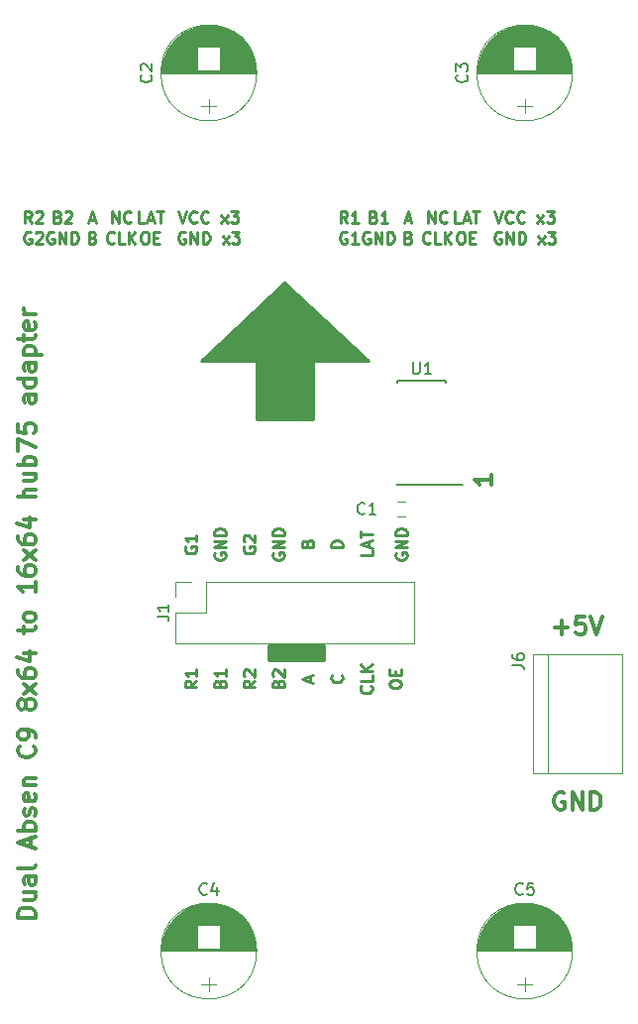
<source format=gto>
G04 #@! TF.FileFunction,Legend,Top*
%FSLAX46Y46*%
G04 Gerber Fmt 4.6, Leading zero omitted, Abs format (unit mm)*
G04 Created by KiCad (PCBNEW 4.0.7) date 03/15/18 12:31:11*
%MOMM*%
%LPD*%
G01*
G04 APERTURE LIST*
%ADD10C,0.100000*%
%ADD11C,0.250000*%
%ADD12C,0.300000*%
%ADD13C,0.120000*%
%ADD14C,0.150000*%
%ADD15C,0.254000*%
%ADD16R,1.800000X1.800000*%
%ADD17O,1.800000X1.800000*%
%ADD18R,3.100000X3.100000*%
%ADD19C,3.100000*%
%ADD20R,1.600000X0.700000*%
%ADD21R,1.300000X0.850000*%
%ADD22R,1.700000X1.700000*%
%ADD23C,1.700000*%
G04 APERTURE END LIST*
D10*
D11*
X115333334Y-68077381D02*
X115000000Y-67601190D01*
X114761905Y-68077381D02*
X114761905Y-67077381D01*
X115142858Y-67077381D01*
X115238096Y-67125000D01*
X115285715Y-67172619D01*
X115333334Y-67267857D01*
X115333334Y-67410714D01*
X115285715Y-67505952D01*
X115238096Y-67553571D01*
X115142858Y-67601190D01*
X114761905Y-67601190D01*
X116285715Y-68077381D02*
X115714286Y-68077381D01*
X116000000Y-68077381D02*
X116000000Y-67077381D01*
X115904762Y-67220238D01*
X115809524Y-67315476D01*
X115714286Y-67363095D01*
X115285715Y-68875000D02*
X115190477Y-68827381D01*
X115047620Y-68827381D01*
X114904762Y-68875000D01*
X114809524Y-68970238D01*
X114761905Y-69065476D01*
X114714286Y-69255952D01*
X114714286Y-69398810D01*
X114761905Y-69589286D01*
X114809524Y-69684524D01*
X114904762Y-69779762D01*
X115047620Y-69827381D01*
X115142858Y-69827381D01*
X115285715Y-69779762D01*
X115333334Y-69732143D01*
X115333334Y-69398810D01*
X115142858Y-69398810D01*
X116285715Y-69827381D02*
X115714286Y-69827381D01*
X116000000Y-69827381D02*
X116000000Y-68827381D01*
X115904762Y-68970238D01*
X115809524Y-69065476D01*
X115714286Y-69113095D01*
X117595239Y-67553571D02*
X117738096Y-67601190D01*
X117785715Y-67648810D01*
X117833334Y-67744048D01*
X117833334Y-67886905D01*
X117785715Y-67982143D01*
X117738096Y-68029762D01*
X117642858Y-68077381D01*
X117261905Y-68077381D01*
X117261905Y-67077381D01*
X117595239Y-67077381D01*
X117690477Y-67125000D01*
X117738096Y-67172619D01*
X117785715Y-67267857D01*
X117785715Y-67363095D01*
X117738096Y-67458333D01*
X117690477Y-67505952D01*
X117595239Y-67553571D01*
X117261905Y-67553571D01*
X118785715Y-68077381D02*
X118214286Y-68077381D01*
X118500000Y-68077381D02*
X118500000Y-67077381D01*
X118404762Y-67220238D01*
X118309524Y-67315476D01*
X118214286Y-67363095D01*
X117238096Y-68875000D02*
X117142858Y-68827381D01*
X117000001Y-68827381D01*
X116857143Y-68875000D01*
X116761905Y-68970238D01*
X116714286Y-69065476D01*
X116666667Y-69255952D01*
X116666667Y-69398810D01*
X116714286Y-69589286D01*
X116761905Y-69684524D01*
X116857143Y-69779762D01*
X117000001Y-69827381D01*
X117095239Y-69827381D01*
X117238096Y-69779762D01*
X117285715Y-69732143D01*
X117285715Y-69398810D01*
X117095239Y-69398810D01*
X117714286Y-69827381D02*
X117714286Y-68827381D01*
X118285715Y-69827381D01*
X118285715Y-68827381D01*
X118761905Y-69827381D02*
X118761905Y-68827381D01*
X119000000Y-68827381D01*
X119142858Y-68875000D01*
X119238096Y-68970238D01*
X119285715Y-69065476D01*
X119333334Y-69255952D01*
X119333334Y-69398810D01*
X119285715Y-69589286D01*
X119238096Y-69684524D01*
X119142858Y-69779762D01*
X119000000Y-69827381D01*
X118761905Y-69827381D01*
X90595239Y-67553571D02*
X90738096Y-67601190D01*
X90785715Y-67648810D01*
X90833334Y-67744048D01*
X90833334Y-67886905D01*
X90785715Y-67982143D01*
X90738096Y-68029762D01*
X90642858Y-68077381D01*
X90261905Y-68077381D01*
X90261905Y-67077381D01*
X90595239Y-67077381D01*
X90690477Y-67125000D01*
X90738096Y-67172619D01*
X90785715Y-67267857D01*
X90785715Y-67363095D01*
X90738096Y-67458333D01*
X90690477Y-67505952D01*
X90595239Y-67553571D01*
X90261905Y-67553571D01*
X91214286Y-67172619D02*
X91261905Y-67125000D01*
X91357143Y-67077381D01*
X91595239Y-67077381D01*
X91690477Y-67125000D01*
X91738096Y-67172619D01*
X91785715Y-67267857D01*
X91785715Y-67363095D01*
X91738096Y-67505952D01*
X91166667Y-68077381D01*
X91785715Y-68077381D01*
X90238096Y-68875000D02*
X90142858Y-68827381D01*
X90000001Y-68827381D01*
X89857143Y-68875000D01*
X89761905Y-68970238D01*
X89714286Y-69065476D01*
X89666667Y-69255952D01*
X89666667Y-69398810D01*
X89714286Y-69589286D01*
X89761905Y-69684524D01*
X89857143Y-69779762D01*
X90000001Y-69827381D01*
X90095239Y-69827381D01*
X90238096Y-69779762D01*
X90285715Y-69732143D01*
X90285715Y-69398810D01*
X90095239Y-69398810D01*
X90714286Y-69827381D02*
X90714286Y-68827381D01*
X91285715Y-69827381D01*
X91285715Y-68827381D01*
X91761905Y-69827381D02*
X91761905Y-68827381D01*
X92000000Y-68827381D01*
X92142858Y-68875000D01*
X92238096Y-68970238D01*
X92285715Y-69065476D01*
X92333334Y-69255952D01*
X92333334Y-69398810D01*
X92285715Y-69589286D01*
X92238096Y-69684524D01*
X92142858Y-69779762D01*
X92000000Y-69827381D01*
X91761905Y-69827381D01*
X98000000Y-68077381D02*
X97523809Y-68077381D01*
X97523809Y-67077381D01*
X98285714Y-67791667D02*
X98761905Y-67791667D01*
X98190476Y-68077381D02*
X98523809Y-67077381D01*
X98857143Y-68077381D01*
X99047619Y-67077381D02*
X99619048Y-67077381D01*
X99333333Y-68077381D02*
X99333333Y-67077381D01*
X97952381Y-68827381D02*
X98142858Y-68827381D01*
X98238096Y-68875000D01*
X98333334Y-68970238D01*
X98380953Y-69160714D01*
X98380953Y-69494048D01*
X98333334Y-69684524D01*
X98238096Y-69779762D01*
X98142858Y-69827381D01*
X97952381Y-69827381D01*
X97857143Y-69779762D01*
X97761905Y-69684524D01*
X97714286Y-69494048D01*
X97714286Y-69160714D01*
X97761905Y-68970238D01*
X97857143Y-68875000D01*
X97952381Y-68827381D01*
X98809524Y-69303571D02*
X99142858Y-69303571D01*
X99285715Y-69827381D02*
X98809524Y-69827381D01*
X98809524Y-68827381D01*
X99285715Y-68827381D01*
X95214286Y-68077381D02*
X95214286Y-67077381D01*
X95785715Y-68077381D01*
X95785715Y-67077381D01*
X96833334Y-67982143D02*
X96785715Y-68029762D01*
X96642858Y-68077381D01*
X96547620Y-68077381D01*
X96404762Y-68029762D01*
X96309524Y-67934524D01*
X96261905Y-67839286D01*
X96214286Y-67648810D01*
X96214286Y-67505952D01*
X96261905Y-67315476D01*
X96309524Y-67220238D01*
X96404762Y-67125000D01*
X96547620Y-67077381D01*
X96642858Y-67077381D01*
X96785715Y-67125000D01*
X96833334Y-67172619D01*
X95404762Y-69732143D02*
X95357143Y-69779762D01*
X95214286Y-69827381D01*
X95119048Y-69827381D01*
X94976190Y-69779762D01*
X94880952Y-69684524D01*
X94833333Y-69589286D01*
X94785714Y-69398810D01*
X94785714Y-69255952D01*
X94833333Y-69065476D01*
X94880952Y-68970238D01*
X94976190Y-68875000D01*
X95119048Y-68827381D01*
X95214286Y-68827381D01*
X95357143Y-68875000D01*
X95404762Y-68922619D01*
X96309524Y-69827381D02*
X95833333Y-69827381D01*
X95833333Y-68827381D01*
X96642857Y-69827381D02*
X96642857Y-68827381D01*
X97214286Y-69827381D02*
X96785714Y-69255952D01*
X97214286Y-68827381D02*
X96642857Y-69398810D01*
X93261905Y-67791667D02*
X93738096Y-67791667D01*
X93166667Y-68077381D02*
X93500000Y-67077381D01*
X93833334Y-68077381D01*
X93571429Y-69303571D02*
X93714286Y-69351190D01*
X93761905Y-69398810D01*
X93809524Y-69494048D01*
X93809524Y-69636905D01*
X93761905Y-69732143D01*
X93714286Y-69779762D01*
X93619048Y-69827381D01*
X93238095Y-69827381D01*
X93238095Y-68827381D01*
X93571429Y-68827381D01*
X93666667Y-68875000D01*
X93714286Y-68922619D01*
X93761905Y-69017857D01*
X93761905Y-69113095D01*
X93714286Y-69208333D01*
X93666667Y-69255952D01*
X93571429Y-69303571D01*
X93238095Y-69303571D01*
X88333334Y-68077381D02*
X88000000Y-67601190D01*
X87761905Y-68077381D02*
X87761905Y-67077381D01*
X88142858Y-67077381D01*
X88238096Y-67125000D01*
X88285715Y-67172619D01*
X88333334Y-67267857D01*
X88333334Y-67410714D01*
X88285715Y-67505952D01*
X88238096Y-67553571D01*
X88142858Y-67601190D01*
X87761905Y-67601190D01*
X88714286Y-67172619D02*
X88761905Y-67125000D01*
X88857143Y-67077381D01*
X89095239Y-67077381D01*
X89190477Y-67125000D01*
X89238096Y-67172619D01*
X89285715Y-67267857D01*
X89285715Y-67363095D01*
X89238096Y-67505952D01*
X88666667Y-68077381D01*
X89285715Y-68077381D01*
X88285715Y-68875000D02*
X88190477Y-68827381D01*
X88047620Y-68827381D01*
X87904762Y-68875000D01*
X87809524Y-68970238D01*
X87761905Y-69065476D01*
X87714286Y-69255952D01*
X87714286Y-69398810D01*
X87761905Y-69589286D01*
X87809524Y-69684524D01*
X87904762Y-69779762D01*
X88047620Y-69827381D01*
X88142858Y-69827381D01*
X88285715Y-69779762D01*
X88333334Y-69732143D01*
X88333334Y-69398810D01*
X88142858Y-69398810D01*
X88714286Y-68922619D02*
X88761905Y-68875000D01*
X88857143Y-68827381D01*
X89095239Y-68827381D01*
X89190477Y-68875000D01*
X89238096Y-68922619D01*
X89285715Y-69017857D01*
X89285715Y-69113095D01*
X89238096Y-69255952D01*
X88666667Y-69827381D01*
X89285715Y-69827381D01*
X100904762Y-67077381D02*
X101238095Y-68077381D01*
X101571429Y-67077381D01*
X102476191Y-67982143D02*
X102428572Y-68029762D01*
X102285715Y-68077381D01*
X102190477Y-68077381D01*
X102047619Y-68029762D01*
X101952381Y-67934524D01*
X101904762Y-67839286D01*
X101857143Y-67648810D01*
X101857143Y-67505952D01*
X101904762Y-67315476D01*
X101952381Y-67220238D01*
X102047619Y-67125000D01*
X102190477Y-67077381D01*
X102285715Y-67077381D01*
X102428572Y-67125000D01*
X102476191Y-67172619D01*
X103476191Y-67982143D02*
X103428572Y-68029762D01*
X103285715Y-68077381D01*
X103190477Y-68077381D01*
X103047619Y-68029762D01*
X102952381Y-67934524D01*
X102904762Y-67839286D01*
X102857143Y-67648810D01*
X102857143Y-67505952D01*
X102904762Y-67315476D01*
X102952381Y-67220238D01*
X103047619Y-67125000D01*
X103190477Y-67077381D01*
X103285715Y-67077381D01*
X103428572Y-67125000D01*
X103476191Y-67172619D01*
X104571429Y-68077381D02*
X105095239Y-67410714D01*
X104571429Y-67410714D02*
X105095239Y-68077381D01*
X105380953Y-67077381D02*
X106000001Y-67077381D01*
X105666667Y-67458333D01*
X105809525Y-67458333D01*
X105904763Y-67505952D01*
X105952382Y-67553571D01*
X106000001Y-67648810D01*
X106000001Y-67886905D01*
X105952382Y-67982143D01*
X105904763Y-68029762D01*
X105809525Y-68077381D01*
X105523810Y-68077381D01*
X105428572Y-68029762D01*
X105380953Y-67982143D01*
X101476191Y-68875000D02*
X101380953Y-68827381D01*
X101238096Y-68827381D01*
X101095238Y-68875000D01*
X101000000Y-68970238D01*
X100952381Y-69065476D01*
X100904762Y-69255952D01*
X100904762Y-69398810D01*
X100952381Y-69589286D01*
X101000000Y-69684524D01*
X101095238Y-69779762D01*
X101238096Y-69827381D01*
X101333334Y-69827381D01*
X101476191Y-69779762D01*
X101523810Y-69732143D01*
X101523810Y-69398810D01*
X101333334Y-69398810D01*
X101952381Y-69827381D02*
X101952381Y-68827381D01*
X102523810Y-69827381D01*
X102523810Y-68827381D01*
X103000000Y-69827381D02*
X103000000Y-68827381D01*
X103238095Y-68827381D01*
X103380953Y-68875000D01*
X103476191Y-68970238D01*
X103523810Y-69065476D01*
X103571429Y-69255952D01*
X103571429Y-69398810D01*
X103523810Y-69589286D01*
X103476191Y-69684524D01*
X103380953Y-69779762D01*
X103238095Y-69827381D01*
X103000000Y-69827381D01*
X104666667Y-69827381D02*
X105190477Y-69160714D01*
X104666667Y-69160714D02*
X105190477Y-69827381D01*
X105476191Y-68827381D02*
X106095239Y-68827381D01*
X105761905Y-69208333D01*
X105904763Y-69208333D01*
X106000001Y-69255952D01*
X106047620Y-69303571D01*
X106095239Y-69398810D01*
X106095239Y-69636905D01*
X106047620Y-69732143D01*
X106000001Y-69779762D01*
X105904763Y-69827381D01*
X105619048Y-69827381D01*
X105523810Y-69779762D01*
X105476191Y-69732143D01*
X120261905Y-67791667D02*
X120738096Y-67791667D01*
X120166667Y-68077381D02*
X120500000Y-67077381D01*
X120833334Y-68077381D01*
X120571429Y-69303571D02*
X120714286Y-69351190D01*
X120761905Y-69398810D01*
X120809524Y-69494048D01*
X120809524Y-69636905D01*
X120761905Y-69732143D01*
X120714286Y-69779762D01*
X120619048Y-69827381D01*
X120238095Y-69827381D01*
X120238095Y-68827381D01*
X120571429Y-68827381D01*
X120666667Y-68875000D01*
X120714286Y-68922619D01*
X120761905Y-69017857D01*
X120761905Y-69113095D01*
X120714286Y-69208333D01*
X120666667Y-69255952D01*
X120571429Y-69303571D01*
X120238095Y-69303571D01*
D12*
X127678571Y-89571428D02*
X127678571Y-90428571D01*
X127678571Y-89999999D02*
X126178571Y-89999999D01*
X126392857Y-90142856D01*
X126535714Y-90285714D01*
X126607143Y-90428571D01*
D11*
X111928571Y-95428571D02*
X111976190Y-95285714D01*
X112023810Y-95238095D01*
X112119048Y-95190476D01*
X112261905Y-95190476D01*
X112357143Y-95238095D01*
X112404762Y-95285714D01*
X112452381Y-95380952D01*
X112452381Y-95761905D01*
X111452381Y-95761905D01*
X111452381Y-95428571D01*
X111500000Y-95333333D01*
X111547619Y-95285714D01*
X111642857Y-95238095D01*
X111738095Y-95238095D01*
X111833333Y-95285714D01*
X111880952Y-95333333D01*
X111928571Y-95428571D01*
X111928571Y-95761905D01*
X109000000Y-96261904D02*
X108952381Y-96357142D01*
X108952381Y-96499999D01*
X109000000Y-96642857D01*
X109095238Y-96738095D01*
X109190476Y-96785714D01*
X109380952Y-96833333D01*
X109523810Y-96833333D01*
X109714286Y-96785714D01*
X109809524Y-96738095D01*
X109904762Y-96642857D01*
X109952381Y-96499999D01*
X109952381Y-96404761D01*
X109904762Y-96261904D01*
X109857143Y-96214285D01*
X109523810Y-96214285D01*
X109523810Y-96404761D01*
X109952381Y-95785714D02*
X108952381Y-95785714D01*
X109952381Y-95214285D01*
X108952381Y-95214285D01*
X109952381Y-94738095D02*
X108952381Y-94738095D01*
X108952381Y-94500000D01*
X109000000Y-94357142D01*
X109095238Y-94261904D01*
X109190476Y-94214285D01*
X109380952Y-94166666D01*
X109523810Y-94166666D01*
X109714286Y-94214285D01*
X109809524Y-94261904D01*
X109904762Y-94357142D01*
X109952381Y-94500000D01*
X109952381Y-94738095D01*
X119500000Y-96261904D02*
X119452381Y-96357142D01*
X119452381Y-96499999D01*
X119500000Y-96642857D01*
X119595238Y-96738095D01*
X119690476Y-96785714D01*
X119880952Y-96833333D01*
X120023810Y-96833333D01*
X120214286Y-96785714D01*
X120309524Y-96738095D01*
X120404762Y-96642857D01*
X120452381Y-96499999D01*
X120452381Y-96404761D01*
X120404762Y-96261904D01*
X120357143Y-96214285D01*
X120023810Y-96214285D01*
X120023810Y-96404761D01*
X120452381Y-95785714D02*
X119452381Y-95785714D01*
X120452381Y-95214285D01*
X119452381Y-95214285D01*
X120452381Y-94738095D02*
X119452381Y-94738095D01*
X119452381Y-94500000D01*
X119500000Y-94357142D01*
X119595238Y-94261904D01*
X119690476Y-94214285D01*
X119880952Y-94166666D01*
X120023810Y-94166666D01*
X120214286Y-94214285D01*
X120309524Y-94261904D01*
X120404762Y-94357142D01*
X120452381Y-94500000D01*
X120452381Y-94738095D01*
X117452381Y-96000000D02*
X117452381Y-96476191D01*
X116452381Y-96476191D01*
X117166667Y-95714286D02*
X117166667Y-95238095D01*
X117452381Y-95809524D02*
X116452381Y-95476191D01*
X117452381Y-95142857D01*
X116452381Y-94952381D02*
X116452381Y-94380952D01*
X117452381Y-94666667D02*
X116452381Y-94666667D01*
X114952381Y-95761905D02*
X113952381Y-95761905D01*
X113952381Y-95523810D01*
X114000000Y-95380952D01*
X114095238Y-95285714D01*
X114190476Y-95238095D01*
X114380952Y-95190476D01*
X114523810Y-95190476D01*
X114714286Y-95238095D01*
X114809524Y-95285714D01*
X114904762Y-95380952D01*
X114952381Y-95523810D01*
X114952381Y-95761905D01*
X106500000Y-95714285D02*
X106452381Y-95809523D01*
X106452381Y-95952380D01*
X106500000Y-96095238D01*
X106595238Y-96190476D01*
X106690476Y-96238095D01*
X106880952Y-96285714D01*
X107023810Y-96285714D01*
X107214286Y-96238095D01*
X107309524Y-96190476D01*
X107404762Y-96095238D01*
X107452381Y-95952380D01*
X107452381Y-95857142D01*
X107404762Y-95714285D01*
X107357143Y-95666666D01*
X107023810Y-95666666D01*
X107023810Y-95857142D01*
X106547619Y-95285714D02*
X106500000Y-95238095D01*
X106452381Y-95142857D01*
X106452381Y-94904761D01*
X106500000Y-94809523D01*
X106547619Y-94761904D01*
X106642857Y-94714285D01*
X106738095Y-94714285D01*
X106880952Y-94761904D01*
X107452381Y-95333333D01*
X107452381Y-94714285D01*
X104000000Y-96261904D02*
X103952381Y-96357142D01*
X103952381Y-96499999D01*
X104000000Y-96642857D01*
X104095238Y-96738095D01*
X104190476Y-96785714D01*
X104380952Y-96833333D01*
X104523810Y-96833333D01*
X104714286Y-96785714D01*
X104809524Y-96738095D01*
X104904762Y-96642857D01*
X104952381Y-96499999D01*
X104952381Y-96404761D01*
X104904762Y-96261904D01*
X104857143Y-96214285D01*
X104523810Y-96214285D01*
X104523810Y-96404761D01*
X104952381Y-95785714D02*
X103952381Y-95785714D01*
X104952381Y-95214285D01*
X103952381Y-95214285D01*
X104952381Y-94738095D02*
X103952381Y-94738095D01*
X103952381Y-94500000D01*
X104000000Y-94357142D01*
X104095238Y-94261904D01*
X104190476Y-94214285D01*
X104380952Y-94166666D01*
X104523810Y-94166666D01*
X104714286Y-94214285D01*
X104809524Y-94261904D01*
X104904762Y-94357142D01*
X104952381Y-94500000D01*
X104952381Y-94738095D01*
X101500000Y-95714285D02*
X101452381Y-95809523D01*
X101452381Y-95952380D01*
X101500000Y-96095238D01*
X101595238Y-96190476D01*
X101690476Y-96238095D01*
X101880952Y-96285714D01*
X102023810Y-96285714D01*
X102214286Y-96238095D01*
X102309524Y-96190476D01*
X102404762Y-96095238D01*
X102452381Y-95952380D01*
X102452381Y-95857142D01*
X102404762Y-95714285D01*
X102357143Y-95666666D01*
X102023810Y-95666666D01*
X102023810Y-95857142D01*
X102452381Y-94714285D02*
X102452381Y-95285714D01*
X102452381Y-95000000D02*
X101452381Y-95000000D01*
X101595238Y-95095238D01*
X101690476Y-95190476D01*
X101738095Y-95285714D01*
X118952381Y-107547619D02*
X118952381Y-107357142D01*
X119000000Y-107261904D01*
X119095238Y-107166666D01*
X119285714Y-107119047D01*
X119619048Y-107119047D01*
X119809524Y-107166666D01*
X119904762Y-107261904D01*
X119952381Y-107357142D01*
X119952381Y-107547619D01*
X119904762Y-107642857D01*
X119809524Y-107738095D01*
X119619048Y-107785714D01*
X119285714Y-107785714D01*
X119095238Y-107738095D01*
X119000000Y-107642857D01*
X118952381Y-107547619D01*
X119428571Y-106690476D02*
X119428571Y-106357142D01*
X119952381Y-106214285D02*
X119952381Y-106690476D01*
X118952381Y-106690476D01*
X118952381Y-106214285D01*
X117357143Y-107595238D02*
X117404762Y-107642857D01*
X117452381Y-107785714D01*
X117452381Y-107880952D01*
X117404762Y-108023810D01*
X117309524Y-108119048D01*
X117214286Y-108166667D01*
X117023810Y-108214286D01*
X116880952Y-108214286D01*
X116690476Y-108166667D01*
X116595238Y-108119048D01*
X116500000Y-108023810D01*
X116452381Y-107880952D01*
X116452381Y-107785714D01*
X116500000Y-107642857D01*
X116547619Y-107595238D01*
X117452381Y-106690476D02*
X117452381Y-107166667D01*
X116452381Y-107166667D01*
X117452381Y-106357143D02*
X116452381Y-106357143D01*
X117452381Y-105785714D02*
X116880952Y-106214286D01*
X116452381Y-105785714D02*
X117023810Y-106357143D01*
X102452381Y-107166666D02*
X101976190Y-107500000D01*
X102452381Y-107738095D02*
X101452381Y-107738095D01*
X101452381Y-107357142D01*
X101500000Y-107261904D01*
X101547619Y-107214285D01*
X101642857Y-107166666D01*
X101785714Y-107166666D01*
X101880952Y-107214285D01*
X101928571Y-107261904D01*
X101976190Y-107357142D01*
X101976190Y-107738095D01*
X102452381Y-106214285D02*
X102452381Y-106785714D01*
X102452381Y-106500000D02*
X101452381Y-106500000D01*
X101595238Y-106595238D01*
X101690476Y-106690476D01*
X101738095Y-106785714D01*
X112166667Y-107238095D02*
X112166667Y-106761904D01*
X112452381Y-107333333D02*
X111452381Y-107000000D01*
X112452381Y-106666666D01*
X114857143Y-106690476D02*
X114904762Y-106738095D01*
X114952381Y-106880952D01*
X114952381Y-106976190D01*
X114904762Y-107119048D01*
X114809524Y-107214286D01*
X114714286Y-107261905D01*
X114523810Y-107309524D01*
X114380952Y-107309524D01*
X114190476Y-107261905D01*
X114095238Y-107214286D01*
X114000000Y-107119048D01*
X113952381Y-106976190D01*
X113952381Y-106880952D01*
X114000000Y-106738095D01*
X114047619Y-106690476D01*
X107452381Y-107166666D02*
X106976190Y-107500000D01*
X107452381Y-107738095D02*
X106452381Y-107738095D01*
X106452381Y-107357142D01*
X106500000Y-107261904D01*
X106547619Y-107214285D01*
X106642857Y-107166666D01*
X106785714Y-107166666D01*
X106880952Y-107214285D01*
X106928571Y-107261904D01*
X106976190Y-107357142D01*
X106976190Y-107738095D01*
X106547619Y-106785714D02*
X106500000Y-106738095D01*
X106452381Y-106642857D01*
X106452381Y-106404761D01*
X106500000Y-106309523D01*
X106547619Y-106261904D01*
X106642857Y-106214285D01*
X106738095Y-106214285D01*
X106880952Y-106261904D01*
X107452381Y-106833333D01*
X107452381Y-106214285D01*
X109428571Y-107404761D02*
X109476190Y-107261904D01*
X109523810Y-107214285D01*
X109619048Y-107166666D01*
X109761905Y-107166666D01*
X109857143Y-107214285D01*
X109904762Y-107261904D01*
X109952381Y-107357142D01*
X109952381Y-107738095D01*
X108952381Y-107738095D01*
X108952381Y-107404761D01*
X109000000Y-107309523D01*
X109047619Y-107261904D01*
X109142857Y-107214285D01*
X109238095Y-107214285D01*
X109333333Y-107261904D01*
X109380952Y-107309523D01*
X109428571Y-107404761D01*
X109428571Y-107738095D01*
X109047619Y-106785714D02*
X109000000Y-106738095D01*
X108952381Y-106642857D01*
X108952381Y-106404761D01*
X109000000Y-106309523D01*
X109047619Y-106261904D01*
X109142857Y-106214285D01*
X109238095Y-106214285D01*
X109380952Y-106261904D01*
X109952381Y-106833333D01*
X109952381Y-106214285D01*
X104428571Y-107404761D02*
X104476190Y-107261904D01*
X104523810Y-107214285D01*
X104619048Y-107166666D01*
X104761905Y-107166666D01*
X104857143Y-107214285D01*
X104904762Y-107261904D01*
X104952381Y-107357142D01*
X104952381Y-107738095D01*
X103952381Y-107738095D01*
X103952381Y-107404761D01*
X104000000Y-107309523D01*
X104047619Y-107261904D01*
X104142857Y-107214285D01*
X104238095Y-107214285D01*
X104333333Y-107261904D01*
X104380952Y-107309523D01*
X104428571Y-107404761D01*
X104428571Y-107738095D01*
X104952381Y-106214285D02*
X104952381Y-106785714D01*
X104952381Y-106500000D02*
X103952381Y-106500000D01*
X104095238Y-106595238D01*
X104190476Y-106690476D01*
X104238095Y-106785714D01*
X122214286Y-68077381D02*
X122214286Y-67077381D01*
X122785715Y-68077381D01*
X122785715Y-67077381D01*
X123833334Y-67982143D02*
X123785715Y-68029762D01*
X123642858Y-68077381D01*
X123547620Y-68077381D01*
X123404762Y-68029762D01*
X123309524Y-67934524D01*
X123261905Y-67839286D01*
X123214286Y-67648810D01*
X123214286Y-67505952D01*
X123261905Y-67315476D01*
X123309524Y-67220238D01*
X123404762Y-67125000D01*
X123547620Y-67077381D01*
X123642858Y-67077381D01*
X123785715Y-67125000D01*
X123833334Y-67172619D01*
X122404762Y-69732143D02*
X122357143Y-69779762D01*
X122214286Y-69827381D01*
X122119048Y-69827381D01*
X121976190Y-69779762D01*
X121880952Y-69684524D01*
X121833333Y-69589286D01*
X121785714Y-69398810D01*
X121785714Y-69255952D01*
X121833333Y-69065476D01*
X121880952Y-68970238D01*
X121976190Y-68875000D01*
X122119048Y-68827381D01*
X122214286Y-68827381D01*
X122357143Y-68875000D01*
X122404762Y-68922619D01*
X123309524Y-69827381D02*
X122833333Y-69827381D01*
X122833333Y-68827381D01*
X123642857Y-69827381D02*
X123642857Y-68827381D01*
X124214286Y-69827381D02*
X123785714Y-69255952D01*
X124214286Y-68827381D02*
X123642857Y-69398810D01*
X127904762Y-67077381D02*
X128238095Y-68077381D01*
X128571429Y-67077381D01*
X129476191Y-67982143D02*
X129428572Y-68029762D01*
X129285715Y-68077381D01*
X129190477Y-68077381D01*
X129047619Y-68029762D01*
X128952381Y-67934524D01*
X128904762Y-67839286D01*
X128857143Y-67648810D01*
X128857143Y-67505952D01*
X128904762Y-67315476D01*
X128952381Y-67220238D01*
X129047619Y-67125000D01*
X129190477Y-67077381D01*
X129285715Y-67077381D01*
X129428572Y-67125000D01*
X129476191Y-67172619D01*
X130476191Y-67982143D02*
X130428572Y-68029762D01*
X130285715Y-68077381D01*
X130190477Y-68077381D01*
X130047619Y-68029762D01*
X129952381Y-67934524D01*
X129904762Y-67839286D01*
X129857143Y-67648810D01*
X129857143Y-67505952D01*
X129904762Y-67315476D01*
X129952381Y-67220238D01*
X130047619Y-67125000D01*
X130190477Y-67077381D01*
X130285715Y-67077381D01*
X130428572Y-67125000D01*
X130476191Y-67172619D01*
X131571429Y-68077381D02*
X132095239Y-67410714D01*
X131571429Y-67410714D02*
X132095239Y-68077381D01*
X132380953Y-67077381D02*
X133000001Y-67077381D01*
X132666667Y-67458333D01*
X132809525Y-67458333D01*
X132904763Y-67505952D01*
X132952382Y-67553571D01*
X133000001Y-67648810D01*
X133000001Y-67886905D01*
X132952382Y-67982143D01*
X132904763Y-68029762D01*
X132809525Y-68077381D01*
X132523810Y-68077381D01*
X132428572Y-68029762D01*
X132380953Y-67982143D01*
X128476191Y-68875000D02*
X128380953Y-68827381D01*
X128238096Y-68827381D01*
X128095238Y-68875000D01*
X128000000Y-68970238D01*
X127952381Y-69065476D01*
X127904762Y-69255952D01*
X127904762Y-69398810D01*
X127952381Y-69589286D01*
X128000000Y-69684524D01*
X128095238Y-69779762D01*
X128238096Y-69827381D01*
X128333334Y-69827381D01*
X128476191Y-69779762D01*
X128523810Y-69732143D01*
X128523810Y-69398810D01*
X128333334Y-69398810D01*
X128952381Y-69827381D02*
X128952381Y-68827381D01*
X129523810Y-69827381D01*
X129523810Y-68827381D01*
X130000000Y-69827381D02*
X130000000Y-68827381D01*
X130238095Y-68827381D01*
X130380953Y-68875000D01*
X130476191Y-68970238D01*
X130523810Y-69065476D01*
X130571429Y-69255952D01*
X130571429Y-69398810D01*
X130523810Y-69589286D01*
X130476191Y-69684524D01*
X130380953Y-69779762D01*
X130238095Y-69827381D01*
X130000000Y-69827381D01*
X131666667Y-69827381D02*
X132190477Y-69160714D01*
X131666667Y-69160714D02*
X132190477Y-69827381D01*
X132476191Y-68827381D02*
X133095239Y-68827381D01*
X132761905Y-69208333D01*
X132904763Y-69208333D01*
X133000001Y-69255952D01*
X133047620Y-69303571D01*
X133095239Y-69398810D01*
X133095239Y-69636905D01*
X133047620Y-69732143D01*
X133000001Y-69779762D01*
X132904763Y-69827381D01*
X132619048Y-69827381D01*
X132523810Y-69779762D01*
X132476191Y-69732143D01*
X125000000Y-68077381D02*
X124523809Y-68077381D01*
X124523809Y-67077381D01*
X125285714Y-67791667D02*
X125761905Y-67791667D01*
X125190476Y-68077381D02*
X125523809Y-67077381D01*
X125857143Y-68077381D01*
X126047619Y-67077381D02*
X126619048Y-67077381D01*
X126333333Y-68077381D02*
X126333333Y-67077381D01*
X124952381Y-68827381D02*
X125142858Y-68827381D01*
X125238096Y-68875000D01*
X125333334Y-68970238D01*
X125380953Y-69160714D01*
X125380953Y-69494048D01*
X125333334Y-69684524D01*
X125238096Y-69779762D01*
X125142858Y-69827381D01*
X124952381Y-69827381D01*
X124857143Y-69779762D01*
X124761905Y-69684524D01*
X124714286Y-69494048D01*
X124714286Y-69160714D01*
X124761905Y-68970238D01*
X124857143Y-68875000D01*
X124952381Y-68827381D01*
X125809524Y-69303571D02*
X126142858Y-69303571D01*
X126285715Y-69827381D02*
X125809524Y-69827381D01*
X125809524Y-68827381D01*
X126285715Y-68827381D01*
D12*
X88678571Y-127392855D02*
X87178571Y-127392855D01*
X87178571Y-127035712D01*
X87250000Y-126821427D01*
X87392857Y-126678569D01*
X87535714Y-126607141D01*
X87821429Y-126535712D01*
X88035714Y-126535712D01*
X88321429Y-126607141D01*
X88464286Y-126678569D01*
X88607143Y-126821427D01*
X88678571Y-127035712D01*
X88678571Y-127392855D01*
X87678571Y-125249998D02*
X88678571Y-125249998D01*
X87678571Y-125892855D02*
X88464286Y-125892855D01*
X88607143Y-125821427D01*
X88678571Y-125678569D01*
X88678571Y-125464284D01*
X88607143Y-125321427D01*
X88535714Y-125249998D01*
X88678571Y-123892855D02*
X87892857Y-123892855D01*
X87750000Y-123964284D01*
X87678571Y-124107141D01*
X87678571Y-124392855D01*
X87750000Y-124535712D01*
X88607143Y-123892855D02*
X88678571Y-124035712D01*
X88678571Y-124392855D01*
X88607143Y-124535712D01*
X88464286Y-124607141D01*
X88321429Y-124607141D01*
X88178571Y-124535712D01*
X88107143Y-124392855D01*
X88107143Y-124035712D01*
X88035714Y-123892855D01*
X88678571Y-122964283D02*
X88607143Y-123107141D01*
X88464286Y-123178569D01*
X87178571Y-123178569D01*
X88250000Y-121321427D02*
X88250000Y-120607141D01*
X88678571Y-121464284D02*
X87178571Y-120964284D01*
X88678571Y-120464284D01*
X88678571Y-119964284D02*
X87178571Y-119964284D01*
X87750000Y-119964284D02*
X87678571Y-119821427D01*
X87678571Y-119535713D01*
X87750000Y-119392856D01*
X87821429Y-119321427D01*
X87964286Y-119249998D01*
X88392857Y-119249998D01*
X88535714Y-119321427D01*
X88607143Y-119392856D01*
X88678571Y-119535713D01*
X88678571Y-119821427D01*
X88607143Y-119964284D01*
X88607143Y-118678570D02*
X88678571Y-118535713D01*
X88678571Y-118249998D01*
X88607143Y-118107141D01*
X88464286Y-118035713D01*
X88392857Y-118035713D01*
X88250000Y-118107141D01*
X88178571Y-118249998D01*
X88178571Y-118464284D01*
X88107143Y-118607141D01*
X87964286Y-118678570D01*
X87892857Y-118678570D01*
X87750000Y-118607141D01*
X87678571Y-118464284D01*
X87678571Y-118249998D01*
X87750000Y-118107141D01*
X88607143Y-116821427D02*
X88678571Y-116964284D01*
X88678571Y-117249998D01*
X88607143Y-117392855D01*
X88464286Y-117464284D01*
X87892857Y-117464284D01*
X87750000Y-117392855D01*
X87678571Y-117249998D01*
X87678571Y-116964284D01*
X87750000Y-116821427D01*
X87892857Y-116749998D01*
X88035714Y-116749998D01*
X88178571Y-117464284D01*
X87678571Y-116107141D02*
X88678571Y-116107141D01*
X87821429Y-116107141D02*
X87750000Y-116035713D01*
X87678571Y-115892855D01*
X87678571Y-115678570D01*
X87750000Y-115535713D01*
X87892857Y-115464284D01*
X88678571Y-115464284D01*
X88535714Y-112749998D02*
X88607143Y-112821427D01*
X88678571Y-113035713D01*
X88678571Y-113178570D01*
X88607143Y-113392855D01*
X88464286Y-113535713D01*
X88321429Y-113607141D01*
X88035714Y-113678570D01*
X87821429Y-113678570D01*
X87535714Y-113607141D01*
X87392857Y-113535713D01*
X87250000Y-113392855D01*
X87178571Y-113178570D01*
X87178571Y-113035713D01*
X87250000Y-112821427D01*
X87321429Y-112749998D01*
X88678571Y-112035713D02*
X88678571Y-111749998D01*
X88607143Y-111607141D01*
X88535714Y-111535713D01*
X88321429Y-111392855D01*
X88035714Y-111321427D01*
X87464286Y-111321427D01*
X87321429Y-111392855D01*
X87250000Y-111464284D01*
X87178571Y-111607141D01*
X87178571Y-111892855D01*
X87250000Y-112035713D01*
X87321429Y-112107141D01*
X87464286Y-112178570D01*
X87821429Y-112178570D01*
X87964286Y-112107141D01*
X88035714Y-112035713D01*
X88107143Y-111892855D01*
X88107143Y-111607141D01*
X88035714Y-111464284D01*
X87964286Y-111392855D01*
X87821429Y-111321427D01*
X87821429Y-109321427D02*
X87750000Y-109464285D01*
X87678571Y-109535713D01*
X87535714Y-109607142D01*
X87464286Y-109607142D01*
X87321429Y-109535713D01*
X87250000Y-109464285D01*
X87178571Y-109321427D01*
X87178571Y-109035713D01*
X87250000Y-108892856D01*
X87321429Y-108821427D01*
X87464286Y-108749999D01*
X87535714Y-108749999D01*
X87678571Y-108821427D01*
X87750000Y-108892856D01*
X87821429Y-109035713D01*
X87821429Y-109321427D01*
X87892857Y-109464285D01*
X87964286Y-109535713D01*
X88107143Y-109607142D01*
X88392857Y-109607142D01*
X88535714Y-109535713D01*
X88607143Y-109464285D01*
X88678571Y-109321427D01*
X88678571Y-109035713D01*
X88607143Y-108892856D01*
X88535714Y-108821427D01*
X88392857Y-108749999D01*
X88107143Y-108749999D01*
X87964286Y-108821427D01*
X87892857Y-108892856D01*
X87821429Y-109035713D01*
X88678571Y-108249999D02*
X87678571Y-107464285D01*
X87678571Y-108249999D02*
X88678571Y-107464285D01*
X87178571Y-106249999D02*
X87178571Y-106535713D01*
X87250000Y-106678570D01*
X87321429Y-106749999D01*
X87535714Y-106892856D01*
X87821429Y-106964285D01*
X88392857Y-106964285D01*
X88535714Y-106892856D01*
X88607143Y-106821428D01*
X88678571Y-106678570D01*
X88678571Y-106392856D01*
X88607143Y-106249999D01*
X88535714Y-106178570D01*
X88392857Y-106107142D01*
X88035714Y-106107142D01*
X87892857Y-106178570D01*
X87821429Y-106249999D01*
X87750000Y-106392856D01*
X87750000Y-106678570D01*
X87821429Y-106821428D01*
X87892857Y-106892856D01*
X88035714Y-106964285D01*
X87678571Y-104821428D02*
X88678571Y-104821428D01*
X87107143Y-105178571D02*
X88178571Y-105535714D01*
X88178571Y-104607142D01*
X87678571Y-103107143D02*
X87678571Y-102535714D01*
X87178571Y-102892857D02*
X88464286Y-102892857D01*
X88607143Y-102821429D01*
X88678571Y-102678571D01*
X88678571Y-102535714D01*
X88678571Y-101821428D02*
X88607143Y-101964286D01*
X88535714Y-102035714D01*
X88392857Y-102107143D01*
X87964286Y-102107143D01*
X87821429Y-102035714D01*
X87750000Y-101964286D01*
X87678571Y-101821428D01*
X87678571Y-101607143D01*
X87750000Y-101464286D01*
X87821429Y-101392857D01*
X87964286Y-101321428D01*
X88392857Y-101321428D01*
X88535714Y-101392857D01*
X88607143Y-101464286D01*
X88678571Y-101607143D01*
X88678571Y-101821428D01*
X88678571Y-98750000D02*
X88678571Y-99607143D01*
X88678571Y-99178571D02*
X87178571Y-99178571D01*
X87392857Y-99321428D01*
X87535714Y-99464286D01*
X87607143Y-99607143D01*
X87178571Y-97464286D02*
X87178571Y-97750000D01*
X87250000Y-97892857D01*
X87321429Y-97964286D01*
X87535714Y-98107143D01*
X87821429Y-98178572D01*
X88392857Y-98178572D01*
X88535714Y-98107143D01*
X88607143Y-98035715D01*
X88678571Y-97892857D01*
X88678571Y-97607143D01*
X88607143Y-97464286D01*
X88535714Y-97392857D01*
X88392857Y-97321429D01*
X88035714Y-97321429D01*
X87892857Y-97392857D01*
X87821429Y-97464286D01*
X87750000Y-97607143D01*
X87750000Y-97892857D01*
X87821429Y-98035715D01*
X87892857Y-98107143D01*
X88035714Y-98178572D01*
X88678571Y-96821429D02*
X87678571Y-96035715D01*
X87678571Y-96821429D02*
X88678571Y-96035715D01*
X87178571Y-94821429D02*
X87178571Y-95107143D01*
X87250000Y-95250000D01*
X87321429Y-95321429D01*
X87535714Y-95464286D01*
X87821429Y-95535715D01*
X88392857Y-95535715D01*
X88535714Y-95464286D01*
X88607143Y-95392858D01*
X88678571Y-95250000D01*
X88678571Y-94964286D01*
X88607143Y-94821429D01*
X88535714Y-94750000D01*
X88392857Y-94678572D01*
X88035714Y-94678572D01*
X87892857Y-94750000D01*
X87821429Y-94821429D01*
X87750000Y-94964286D01*
X87750000Y-95250000D01*
X87821429Y-95392858D01*
X87892857Y-95464286D01*
X88035714Y-95535715D01*
X87678571Y-93392858D02*
X88678571Y-93392858D01*
X87107143Y-93750001D02*
X88178571Y-94107144D01*
X88178571Y-93178572D01*
X88678571Y-91464287D02*
X87178571Y-91464287D01*
X88678571Y-90821430D02*
X87892857Y-90821430D01*
X87750000Y-90892859D01*
X87678571Y-91035716D01*
X87678571Y-91250001D01*
X87750000Y-91392859D01*
X87821429Y-91464287D01*
X87678571Y-89464287D02*
X88678571Y-89464287D01*
X87678571Y-90107144D02*
X88464286Y-90107144D01*
X88607143Y-90035716D01*
X88678571Y-89892858D01*
X88678571Y-89678573D01*
X88607143Y-89535716D01*
X88535714Y-89464287D01*
X88678571Y-88750001D02*
X87178571Y-88750001D01*
X87750000Y-88750001D02*
X87678571Y-88607144D01*
X87678571Y-88321430D01*
X87750000Y-88178573D01*
X87821429Y-88107144D01*
X87964286Y-88035715D01*
X88392857Y-88035715D01*
X88535714Y-88107144D01*
X88607143Y-88178573D01*
X88678571Y-88321430D01*
X88678571Y-88607144D01*
X88607143Y-88750001D01*
X87178571Y-87535715D02*
X87178571Y-86535715D01*
X88678571Y-87178572D01*
X87178571Y-85250001D02*
X87178571Y-85964287D01*
X87892857Y-86035716D01*
X87821429Y-85964287D01*
X87750000Y-85821430D01*
X87750000Y-85464287D01*
X87821429Y-85321430D01*
X87892857Y-85250001D01*
X88035714Y-85178573D01*
X88392857Y-85178573D01*
X88535714Y-85250001D01*
X88607143Y-85321430D01*
X88678571Y-85464287D01*
X88678571Y-85821430D01*
X88607143Y-85964287D01*
X88535714Y-86035716D01*
X88678571Y-82750002D02*
X87892857Y-82750002D01*
X87750000Y-82821431D01*
X87678571Y-82964288D01*
X87678571Y-83250002D01*
X87750000Y-83392859D01*
X88607143Y-82750002D02*
X88678571Y-82892859D01*
X88678571Y-83250002D01*
X88607143Y-83392859D01*
X88464286Y-83464288D01*
X88321429Y-83464288D01*
X88178571Y-83392859D01*
X88107143Y-83250002D01*
X88107143Y-82892859D01*
X88035714Y-82750002D01*
X88678571Y-81392859D02*
X87178571Y-81392859D01*
X88607143Y-81392859D02*
X88678571Y-81535716D01*
X88678571Y-81821430D01*
X88607143Y-81964288D01*
X88535714Y-82035716D01*
X88392857Y-82107145D01*
X87964286Y-82107145D01*
X87821429Y-82035716D01*
X87750000Y-81964288D01*
X87678571Y-81821430D01*
X87678571Y-81535716D01*
X87750000Y-81392859D01*
X88678571Y-80035716D02*
X87892857Y-80035716D01*
X87750000Y-80107145D01*
X87678571Y-80250002D01*
X87678571Y-80535716D01*
X87750000Y-80678573D01*
X88607143Y-80035716D02*
X88678571Y-80178573D01*
X88678571Y-80535716D01*
X88607143Y-80678573D01*
X88464286Y-80750002D01*
X88321429Y-80750002D01*
X88178571Y-80678573D01*
X88107143Y-80535716D01*
X88107143Y-80178573D01*
X88035714Y-80035716D01*
X87678571Y-79321430D02*
X89178571Y-79321430D01*
X87750000Y-79321430D02*
X87678571Y-79178573D01*
X87678571Y-78892859D01*
X87750000Y-78750002D01*
X87821429Y-78678573D01*
X87964286Y-78607144D01*
X88392857Y-78607144D01*
X88535714Y-78678573D01*
X88607143Y-78750002D01*
X88678571Y-78892859D01*
X88678571Y-79178573D01*
X88607143Y-79321430D01*
X87678571Y-78178573D02*
X87678571Y-77607144D01*
X87178571Y-77964287D02*
X88464286Y-77964287D01*
X88607143Y-77892859D01*
X88678571Y-77750001D01*
X88678571Y-77607144D01*
X88607143Y-76535716D02*
X88678571Y-76678573D01*
X88678571Y-76964287D01*
X88607143Y-77107144D01*
X88464286Y-77178573D01*
X87892857Y-77178573D01*
X87750000Y-77107144D01*
X87678571Y-76964287D01*
X87678571Y-76678573D01*
X87750000Y-76535716D01*
X87892857Y-76464287D01*
X88035714Y-76464287D01*
X88178571Y-77178573D01*
X88678571Y-75821430D02*
X87678571Y-75821430D01*
X87964286Y-75821430D02*
X87821429Y-75750002D01*
X87750000Y-75678573D01*
X87678571Y-75535716D01*
X87678571Y-75392859D01*
X133857143Y-116750000D02*
X133714286Y-116678571D01*
X133500000Y-116678571D01*
X133285715Y-116750000D01*
X133142857Y-116892857D01*
X133071429Y-117035714D01*
X133000000Y-117321429D01*
X133000000Y-117535714D01*
X133071429Y-117821429D01*
X133142857Y-117964286D01*
X133285715Y-118107143D01*
X133500000Y-118178571D01*
X133642857Y-118178571D01*
X133857143Y-118107143D01*
X133928572Y-118035714D01*
X133928572Y-117535714D01*
X133642857Y-117535714D01*
X134571429Y-118178571D02*
X134571429Y-116678571D01*
X135428572Y-118178571D01*
X135428572Y-116678571D01*
X136142858Y-118178571D02*
X136142858Y-116678571D01*
X136500001Y-116678571D01*
X136714286Y-116750000D01*
X136857144Y-116892857D01*
X136928572Y-117035714D01*
X137000001Y-117321429D01*
X137000001Y-117535714D01*
X136928572Y-117821429D01*
X136857144Y-117964286D01*
X136714286Y-118107143D01*
X136500001Y-118178571D01*
X136142858Y-118178571D01*
X133071429Y-102607143D02*
X134214286Y-102607143D01*
X133642857Y-103178571D02*
X133642857Y-102035714D01*
X135642858Y-101678571D02*
X134928572Y-101678571D01*
X134857143Y-102392857D01*
X134928572Y-102321429D01*
X135071429Y-102250000D01*
X135428572Y-102250000D01*
X135571429Y-102321429D01*
X135642858Y-102392857D01*
X135714286Y-102535714D01*
X135714286Y-102892857D01*
X135642858Y-103035714D01*
X135571429Y-103107143D01*
X135428572Y-103178571D01*
X135071429Y-103178571D01*
X134928572Y-103107143D01*
X134857143Y-103035714D01*
X136142857Y-101678571D02*
X136642857Y-103178571D01*
X137142857Y-101678571D01*
D13*
X103230000Y-98730000D02*
X121070000Y-98730000D01*
X121070000Y-98730000D02*
X121070000Y-103930000D01*
X121070000Y-103930000D02*
X100630000Y-103930000D01*
X100630000Y-103930000D02*
X100630000Y-101330000D01*
X100630000Y-101330000D02*
X103230000Y-101330000D01*
X103230000Y-101330000D02*
X103230000Y-98730000D01*
X101960000Y-98730000D02*
X100630000Y-98730000D01*
X100630000Y-98730000D02*
X100630000Y-100000000D01*
X132460000Y-115040000D02*
X132460000Y-104880000D01*
X131190000Y-115040000D02*
X138810000Y-115040000D01*
X138810000Y-115040000D02*
X138810000Y-104880000D01*
X138810000Y-104880000D02*
X131190000Y-104880000D01*
X131190000Y-104880000D02*
X131190000Y-115040000D01*
D14*
X123784384Y-90457896D02*
X123784384Y-90432896D01*
X119634384Y-90457896D02*
X119634384Y-90342896D01*
X119634384Y-81557896D02*
X119634384Y-81672896D01*
X123784384Y-81557896D02*
X123784384Y-81672896D01*
X123784384Y-90457896D02*
X119634384Y-90457896D01*
X123784384Y-81557896D02*
X119634384Y-81557896D01*
X123784384Y-90432896D02*
X125159384Y-90432896D01*
D13*
X119600000Y-91900000D02*
X120300000Y-91900000D01*
X120300000Y-93100000D02*
X119600000Y-93100000D01*
X107590000Y-55250000D02*
G75*
G03X107590000Y-55250000I-4090000J0D01*
G01*
X99450000Y-55250000D02*
X107550000Y-55250000D01*
X99450000Y-55210000D02*
X107550000Y-55210000D01*
X99450000Y-55170000D02*
X107550000Y-55170000D01*
X99451000Y-55130000D02*
X107549000Y-55130000D01*
X99453000Y-55090000D02*
X107547000Y-55090000D01*
X99454000Y-55050000D02*
X107546000Y-55050000D01*
X99457000Y-55010000D02*
X107543000Y-55010000D01*
X99459000Y-54970000D02*
X102520000Y-54970000D01*
X104480000Y-54970000D02*
X107541000Y-54970000D01*
X99462000Y-54930000D02*
X102520000Y-54930000D01*
X104480000Y-54930000D02*
X107538000Y-54930000D01*
X99465000Y-54890000D02*
X102520000Y-54890000D01*
X104480000Y-54890000D02*
X107535000Y-54890000D01*
X99469000Y-54850000D02*
X102520000Y-54850000D01*
X104480000Y-54850000D02*
X107531000Y-54850000D01*
X99473000Y-54810000D02*
X102520000Y-54810000D01*
X104480000Y-54810000D02*
X107527000Y-54810000D01*
X99478000Y-54770000D02*
X102520000Y-54770000D01*
X104480000Y-54770000D02*
X107522000Y-54770000D01*
X99483000Y-54730000D02*
X102520000Y-54730000D01*
X104480000Y-54730000D02*
X107517000Y-54730000D01*
X99488000Y-54690000D02*
X102520000Y-54690000D01*
X104480000Y-54690000D02*
X107512000Y-54690000D01*
X99494000Y-54650000D02*
X102520000Y-54650000D01*
X104480000Y-54650000D02*
X107506000Y-54650000D01*
X99500000Y-54610000D02*
X102520000Y-54610000D01*
X104480000Y-54610000D02*
X107500000Y-54610000D01*
X99506000Y-54570000D02*
X102520000Y-54570000D01*
X104480000Y-54570000D02*
X107494000Y-54570000D01*
X99513000Y-54529000D02*
X102520000Y-54529000D01*
X104480000Y-54529000D02*
X107487000Y-54529000D01*
X99521000Y-54489000D02*
X102520000Y-54489000D01*
X104480000Y-54489000D02*
X107479000Y-54489000D01*
X99529000Y-54449000D02*
X102520000Y-54449000D01*
X104480000Y-54449000D02*
X107471000Y-54449000D01*
X99537000Y-54409000D02*
X102520000Y-54409000D01*
X104480000Y-54409000D02*
X107463000Y-54409000D01*
X99545000Y-54369000D02*
X102520000Y-54369000D01*
X104480000Y-54369000D02*
X107455000Y-54369000D01*
X99554000Y-54329000D02*
X102520000Y-54329000D01*
X104480000Y-54329000D02*
X107446000Y-54329000D01*
X99564000Y-54289000D02*
X102520000Y-54289000D01*
X104480000Y-54289000D02*
X107436000Y-54289000D01*
X99574000Y-54249000D02*
X102520000Y-54249000D01*
X104480000Y-54249000D02*
X107426000Y-54249000D01*
X99584000Y-54209000D02*
X102520000Y-54209000D01*
X104480000Y-54209000D02*
X107416000Y-54209000D01*
X99595000Y-54169000D02*
X102520000Y-54169000D01*
X104480000Y-54169000D02*
X107405000Y-54169000D01*
X99606000Y-54129000D02*
X102520000Y-54129000D01*
X104480000Y-54129000D02*
X107394000Y-54129000D01*
X99617000Y-54089000D02*
X102520000Y-54089000D01*
X104480000Y-54089000D02*
X107383000Y-54089000D01*
X99630000Y-54049000D02*
X102520000Y-54049000D01*
X104480000Y-54049000D02*
X107370000Y-54049000D01*
X99642000Y-54009000D02*
X102520000Y-54009000D01*
X104480000Y-54009000D02*
X107358000Y-54009000D01*
X99655000Y-53969000D02*
X102520000Y-53969000D01*
X104480000Y-53969000D02*
X107345000Y-53969000D01*
X99668000Y-53929000D02*
X102520000Y-53929000D01*
X104480000Y-53929000D02*
X107332000Y-53929000D01*
X99682000Y-53889000D02*
X102520000Y-53889000D01*
X104480000Y-53889000D02*
X107318000Y-53889000D01*
X99697000Y-53849000D02*
X102520000Y-53849000D01*
X104480000Y-53849000D02*
X107303000Y-53849000D01*
X99711000Y-53809000D02*
X102520000Y-53809000D01*
X104480000Y-53809000D02*
X107289000Y-53809000D01*
X99727000Y-53769000D02*
X102520000Y-53769000D01*
X104480000Y-53769000D02*
X107273000Y-53769000D01*
X99742000Y-53729000D02*
X102520000Y-53729000D01*
X104480000Y-53729000D02*
X107258000Y-53729000D01*
X99759000Y-53689000D02*
X102520000Y-53689000D01*
X104480000Y-53689000D02*
X107241000Y-53689000D01*
X99775000Y-53649000D02*
X102520000Y-53649000D01*
X104480000Y-53649000D02*
X107225000Y-53649000D01*
X99793000Y-53609000D02*
X102520000Y-53609000D01*
X104480000Y-53609000D02*
X107207000Y-53609000D01*
X99810000Y-53569000D02*
X102520000Y-53569000D01*
X104480000Y-53569000D02*
X107190000Y-53569000D01*
X99829000Y-53529000D02*
X102520000Y-53529000D01*
X104480000Y-53529000D02*
X107171000Y-53529000D01*
X99848000Y-53489000D02*
X102520000Y-53489000D01*
X104480000Y-53489000D02*
X107152000Y-53489000D01*
X99867000Y-53449000D02*
X102520000Y-53449000D01*
X104480000Y-53449000D02*
X107133000Y-53449000D01*
X99887000Y-53409000D02*
X102520000Y-53409000D01*
X104480000Y-53409000D02*
X107113000Y-53409000D01*
X99907000Y-53369000D02*
X102520000Y-53369000D01*
X104480000Y-53369000D02*
X107093000Y-53369000D01*
X99928000Y-53329000D02*
X102520000Y-53329000D01*
X104480000Y-53329000D02*
X107072000Y-53329000D01*
X99950000Y-53289000D02*
X102520000Y-53289000D01*
X104480000Y-53289000D02*
X107050000Y-53289000D01*
X99972000Y-53249000D02*
X102520000Y-53249000D01*
X104480000Y-53249000D02*
X107028000Y-53249000D01*
X99995000Y-53209000D02*
X102520000Y-53209000D01*
X104480000Y-53209000D02*
X107005000Y-53209000D01*
X100018000Y-53169000D02*
X102520000Y-53169000D01*
X104480000Y-53169000D02*
X106982000Y-53169000D01*
X100042000Y-53129000D02*
X102520000Y-53129000D01*
X104480000Y-53129000D02*
X106958000Y-53129000D01*
X100066000Y-53089000D02*
X102520000Y-53089000D01*
X104480000Y-53089000D02*
X106934000Y-53089000D01*
X100092000Y-53049000D02*
X102520000Y-53049000D01*
X104480000Y-53049000D02*
X106908000Y-53049000D01*
X100117000Y-53009000D02*
X106883000Y-53009000D01*
X100144000Y-52969000D02*
X106856000Y-52969000D01*
X100171000Y-52929000D02*
X106829000Y-52929000D01*
X100199000Y-52889000D02*
X106801000Y-52889000D01*
X100228000Y-52849000D02*
X106772000Y-52849000D01*
X100257000Y-52809000D02*
X106743000Y-52809000D01*
X100287000Y-52769000D02*
X106713000Y-52769000D01*
X100318000Y-52729000D02*
X106682000Y-52729000D01*
X100350000Y-52689000D02*
X106650000Y-52689000D01*
X100382000Y-52649000D02*
X106618000Y-52649000D01*
X100416000Y-52609000D02*
X106584000Y-52609000D01*
X100450000Y-52569000D02*
X106550000Y-52569000D01*
X100485000Y-52529000D02*
X106515000Y-52529000D01*
X100521000Y-52489000D02*
X106479000Y-52489000D01*
X100558000Y-52449000D02*
X106442000Y-52449000D01*
X100596000Y-52409000D02*
X106404000Y-52409000D01*
X100635000Y-52369000D02*
X106365000Y-52369000D01*
X100676000Y-52329000D02*
X106324000Y-52329000D01*
X100717000Y-52289000D02*
X106283000Y-52289000D01*
X100760000Y-52249000D02*
X106240000Y-52249000D01*
X100803000Y-52209000D02*
X106197000Y-52209000D01*
X100848000Y-52169000D02*
X106152000Y-52169000D01*
X100895000Y-52129000D02*
X106105000Y-52129000D01*
X100943000Y-52089000D02*
X106057000Y-52089000D01*
X100992000Y-52049000D02*
X106008000Y-52049000D01*
X101043000Y-52009000D02*
X105957000Y-52009000D01*
X101096000Y-51969000D02*
X105904000Y-51969000D01*
X101151000Y-51929000D02*
X105849000Y-51929000D01*
X101207000Y-51889000D02*
X105793000Y-51889000D01*
X101266000Y-51849000D02*
X105734000Y-51849000D01*
X101327000Y-51809000D02*
X105673000Y-51809000D01*
X101391000Y-51769000D02*
X105609000Y-51769000D01*
X101457000Y-51729000D02*
X105543000Y-51729000D01*
X101526000Y-51689000D02*
X105474000Y-51689000D01*
X101598000Y-51649000D02*
X105402000Y-51649000D01*
X101674000Y-51609000D02*
X105326000Y-51609000D01*
X101755000Y-51569000D02*
X105245000Y-51569000D01*
X101840000Y-51529000D02*
X105160000Y-51529000D01*
X101930000Y-51489000D02*
X105070000Y-51489000D01*
X102027000Y-51449000D02*
X104973000Y-51449000D01*
X102131000Y-51409000D02*
X104869000Y-51409000D01*
X102246000Y-51369000D02*
X104754000Y-51369000D01*
X102373000Y-51329000D02*
X104627000Y-51329000D01*
X102517000Y-51289000D02*
X104483000Y-51289000D01*
X102686000Y-51249000D02*
X104314000Y-51249000D01*
X102902000Y-51209000D02*
X104098000Y-51209000D01*
X103254000Y-51169000D02*
X103746000Y-51169000D01*
X103500000Y-58700000D02*
X103500000Y-57500000D01*
X102850000Y-58100000D02*
X104150000Y-58100000D01*
X134590000Y-55250000D02*
G75*
G03X134590000Y-55250000I-4090000J0D01*
G01*
X126450000Y-55250000D02*
X134550000Y-55250000D01*
X126450000Y-55210000D02*
X134550000Y-55210000D01*
X126450000Y-55170000D02*
X134550000Y-55170000D01*
X126451000Y-55130000D02*
X134549000Y-55130000D01*
X126453000Y-55090000D02*
X134547000Y-55090000D01*
X126454000Y-55050000D02*
X134546000Y-55050000D01*
X126457000Y-55010000D02*
X134543000Y-55010000D01*
X126459000Y-54970000D02*
X129520000Y-54970000D01*
X131480000Y-54970000D02*
X134541000Y-54970000D01*
X126462000Y-54930000D02*
X129520000Y-54930000D01*
X131480000Y-54930000D02*
X134538000Y-54930000D01*
X126465000Y-54890000D02*
X129520000Y-54890000D01*
X131480000Y-54890000D02*
X134535000Y-54890000D01*
X126469000Y-54850000D02*
X129520000Y-54850000D01*
X131480000Y-54850000D02*
X134531000Y-54850000D01*
X126473000Y-54810000D02*
X129520000Y-54810000D01*
X131480000Y-54810000D02*
X134527000Y-54810000D01*
X126478000Y-54770000D02*
X129520000Y-54770000D01*
X131480000Y-54770000D02*
X134522000Y-54770000D01*
X126483000Y-54730000D02*
X129520000Y-54730000D01*
X131480000Y-54730000D02*
X134517000Y-54730000D01*
X126488000Y-54690000D02*
X129520000Y-54690000D01*
X131480000Y-54690000D02*
X134512000Y-54690000D01*
X126494000Y-54650000D02*
X129520000Y-54650000D01*
X131480000Y-54650000D02*
X134506000Y-54650000D01*
X126500000Y-54610000D02*
X129520000Y-54610000D01*
X131480000Y-54610000D02*
X134500000Y-54610000D01*
X126506000Y-54570000D02*
X129520000Y-54570000D01*
X131480000Y-54570000D02*
X134494000Y-54570000D01*
X126513000Y-54529000D02*
X129520000Y-54529000D01*
X131480000Y-54529000D02*
X134487000Y-54529000D01*
X126521000Y-54489000D02*
X129520000Y-54489000D01*
X131480000Y-54489000D02*
X134479000Y-54489000D01*
X126529000Y-54449000D02*
X129520000Y-54449000D01*
X131480000Y-54449000D02*
X134471000Y-54449000D01*
X126537000Y-54409000D02*
X129520000Y-54409000D01*
X131480000Y-54409000D02*
X134463000Y-54409000D01*
X126545000Y-54369000D02*
X129520000Y-54369000D01*
X131480000Y-54369000D02*
X134455000Y-54369000D01*
X126554000Y-54329000D02*
X129520000Y-54329000D01*
X131480000Y-54329000D02*
X134446000Y-54329000D01*
X126564000Y-54289000D02*
X129520000Y-54289000D01*
X131480000Y-54289000D02*
X134436000Y-54289000D01*
X126574000Y-54249000D02*
X129520000Y-54249000D01*
X131480000Y-54249000D02*
X134426000Y-54249000D01*
X126584000Y-54209000D02*
X129520000Y-54209000D01*
X131480000Y-54209000D02*
X134416000Y-54209000D01*
X126595000Y-54169000D02*
X129520000Y-54169000D01*
X131480000Y-54169000D02*
X134405000Y-54169000D01*
X126606000Y-54129000D02*
X129520000Y-54129000D01*
X131480000Y-54129000D02*
X134394000Y-54129000D01*
X126617000Y-54089000D02*
X129520000Y-54089000D01*
X131480000Y-54089000D02*
X134383000Y-54089000D01*
X126630000Y-54049000D02*
X129520000Y-54049000D01*
X131480000Y-54049000D02*
X134370000Y-54049000D01*
X126642000Y-54009000D02*
X129520000Y-54009000D01*
X131480000Y-54009000D02*
X134358000Y-54009000D01*
X126655000Y-53969000D02*
X129520000Y-53969000D01*
X131480000Y-53969000D02*
X134345000Y-53969000D01*
X126668000Y-53929000D02*
X129520000Y-53929000D01*
X131480000Y-53929000D02*
X134332000Y-53929000D01*
X126682000Y-53889000D02*
X129520000Y-53889000D01*
X131480000Y-53889000D02*
X134318000Y-53889000D01*
X126697000Y-53849000D02*
X129520000Y-53849000D01*
X131480000Y-53849000D02*
X134303000Y-53849000D01*
X126711000Y-53809000D02*
X129520000Y-53809000D01*
X131480000Y-53809000D02*
X134289000Y-53809000D01*
X126727000Y-53769000D02*
X129520000Y-53769000D01*
X131480000Y-53769000D02*
X134273000Y-53769000D01*
X126742000Y-53729000D02*
X129520000Y-53729000D01*
X131480000Y-53729000D02*
X134258000Y-53729000D01*
X126759000Y-53689000D02*
X129520000Y-53689000D01*
X131480000Y-53689000D02*
X134241000Y-53689000D01*
X126775000Y-53649000D02*
X129520000Y-53649000D01*
X131480000Y-53649000D02*
X134225000Y-53649000D01*
X126793000Y-53609000D02*
X129520000Y-53609000D01*
X131480000Y-53609000D02*
X134207000Y-53609000D01*
X126810000Y-53569000D02*
X129520000Y-53569000D01*
X131480000Y-53569000D02*
X134190000Y-53569000D01*
X126829000Y-53529000D02*
X129520000Y-53529000D01*
X131480000Y-53529000D02*
X134171000Y-53529000D01*
X126848000Y-53489000D02*
X129520000Y-53489000D01*
X131480000Y-53489000D02*
X134152000Y-53489000D01*
X126867000Y-53449000D02*
X129520000Y-53449000D01*
X131480000Y-53449000D02*
X134133000Y-53449000D01*
X126887000Y-53409000D02*
X129520000Y-53409000D01*
X131480000Y-53409000D02*
X134113000Y-53409000D01*
X126907000Y-53369000D02*
X129520000Y-53369000D01*
X131480000Y-53369000D02*
X134093000Y-53369000D01*
X126928000Y-53329000D02*
X129520000Y-53329000D01*
X131480000Y-53329000D02*
X134072000Y-53329000D01*
X126950000Y-53289000D02*
X129520000Y-53289000D01*
X131480000Y-53289000D02*
X134050000Y-53289000D01*
X126972000Y-53249000D02*
X129520000Y-53249000D01*
X131480000Y-53249000D02*
X134028000Y-53249000D01*
X126995000Y-53209000D02*
X129520000Y-53209000D01*
X131480000Y-53209000D02*
X134005000Y-53209000D01*
X127018000Y-53169000D02*
X129520000Y-53169000D01*
X131480000Y-53169000D02*
X133982000Y-53169000D01*
X127042000Y-53129000D02*
X129520000Y-53129000D01*
X131480000Y-53129000D02*
X133958000Y-53129000D01*
X127066000Y-53089000D02*
X129520000Y-53089000D01*
X131480000Y-53089000D02*
X133934000Y-53089000D01*
X127092000Y-53049000D02*
X129520000Y-53049000D01*
X131480000Y-53049000D02*
X133908000Y-53049000D01*
X127117000Y-53009000D02*
X133883000Y-53009000D01*
X127144000Y-52969000D02*
X133856000Y-52969000D01*
X127171000Y-52929000D02*
X133829000Y-52929000D01*
X127199000Y-52889000D02*
X133801000Y-52889000D01*
X127228000Y-52849000D02*
X133772000Y-52849000D01*
X127257000Y-52809000D02*
X133743000Y-52809000D01*
X127287000Y-52769000D02*
X133713000Y-52769000D01*
X127318000Y-52729000D02*
X133682000Y-52729000D01*
X127350000Y-52689000D02*
X133650000Y-52689000D01*
X127382000Y-52649000D02*
X133618000Y-52649000D01*
X127416000Y-52609000D02*
X133584000Y-52609000D01*
X127450000Y-52569000D02*
X133550000Y-52569000D01*
X127485000Y-52529000D02*
X133515000Y-52529000D01*
X127521000Y-52489000D02*
X133479000Y-52489000D01*
X127558000Y-52449000D02*
X133442000Y-52449000D01*
X127596000Y-52409000D02*
X133404000Y-52409000D01*
X127635000Y-52369000D02*
X133365000Y-52369000D01*
X127676000Y-52329000D02*
X133324000Y-52329000D01*
X127717000Y-52289000D02*
X133283000Y-52289000D01*
X127760000Y-52249000D02*
X133240000Y-52249000D01*
X127803000Y-52209000D02*
X133197000Y-52209000D01*
X127848000Y-52169000D02*
X133152000Y-52169000D01*
X127895000Y-52129000D02*
X133105000Y-52129000D01*
X127943000Y-52089000D02*
X133057000Y-52089000D01*
X127992000Y-52049000D02*
X133008000Y-52049000D01*
X128043000Y-52009000D02*
X132957000Y-52009000D01*
X128096000Y-51969000D02*
X132904000Y-51969000D01*
X128151000Y-51929000D02*
X132849000Y-51929000D01*
X128207000Y-51889000D02*
X132793000Y-51889000D01*
X128266000Y-51849000D02*
X132734000Y-51849000D01*
X128327000Y-51809000D02*
X132673000Y-51809000D01*
X128391000Y-51769000D02*
X132609000Y-51769000D01*
X128457000Y-51729000D02*
X132543000Y-51729000D01*
X128526000Y-51689000D02*
X132474000Y-51689000D01*
X128598000Y-51649000D02*
X132402000Y-51649000D01*
X128674000Y-51609000D02*
X132326000Y-51609000D01*
X128755000Y-51569000D02*
X132245000Y-51569000D01*
X128840000Y-51529000D02*
X132160000Y-51529000D01*
X128930000Y-51489000D02*
X132070000Y-51489000D01*
X129027000Y-51449000D02*
X131973000Y-51449000D01*
X129131000Y-51409000D02*
X131869000Y-51409000D01*
X129246000Y-51369000D02*
X131754000Y-51369000D01*
X129373000Y-51329000D02*
X131627000Y-51329000D01*
X129517000Y-51289000D02*
X131483000Y-51289000D01*
X129686000Y-51249000D02*
X131314000Y-51249000D01*
X129902000Y-51209000D02*
X131098000Y-51209000D01*
X130254000Y-51169000D02*
X130746000Y-51169000D01*
X130500000Y-58700000D02*
X130500000Y-57500000D01*
X129850000Y-58100000D02*
X131150000Y-58100000D01*
X107590000Y-130250000D02*
G75*
G03X107590000Y-130250000I-4090000J0D01*
G01*
X99450000Y-130250000D02*
X107550000Y-130250000D01*
X99450000Y-130210000D02*
X107550000Y-130210000D01*
X99450000Y-130170000D02*
X107550000Y-130170000D01*
X99451000Y-130130000D02*
X107549000Y-130130000D01*
X99453000Y-130090000D02*
X107547000Y-130090000D01*
X99454000Y-130050000D02*
X107546000Y-130050000D01*
X99457000Y-130010000D02*
X107543000Y-130010000D01*
X99459000Y-129970000D02*
X102520000Y-129970000D01*
X104480000Y-129970000D02*
X107541000Y-129970000D01*
X99462000Y-129930000D02*
X102520000Y-129930000D01*
X104480000Y-129930000D02*
X107538000Y-129930000D01*
X99465000Y-129890000D02*
X102520000Y-129890000D01*
X104480000Y-129890000D02*
X107535000Y-129890000D01*
X99469000Y-129850000D02*
X102520000Y-129850000D01*
X104480000Y-129850000D02*
X107531000Y-129850000D01*
X99473000Y-129810000D02*
X102520000Y-129810000D01*
X104480000Y-129810000D02*
X107527000Y-129810000D01*
X99478000Y-129770000D02*
X102520000Y-129770000D01*
X104480000Y-129770000D02*
X107522000Y-129770000D01*
X99483000Y-129730000D02*
X102520000Y-129730000D01*
X104480000Y-129730000D02*
X107517000Y-129730000D01*
X99488000Y-129690000D02*
X102520000Y-129690000D01*
X104480000Y-129690000D02*
X107512000Y-129690000D01*
X99494000Y-129650000D02*
X102520000Y-129650000D01*
X104480000Y-129650000D02*
X107506000Y-129650000D01*
X99500000Y-129610000D02*
X102520000Y-129610000D01*
X104480000Y-129610000D02*
X107500000Y-129610000D01*
X99506000Y-129570000D02*
X102520000Y-129570000D01*
X104480000Y-129570000D02*
X107494000Y-129570000D01*
X99513000Y-129529000D02*
X102520000Y-129529000D01*
X104480000Y-129529000D02*
X107487000Y-129529000D01*
X99521000Y-129489000D02*
X102520000Y-129489000D01*
X104480000Y-129489000D02*
X107479000Y-129489000D01*
X99529000Y-129449000D02*
X102520000Y-129449000D01*
X104480000Y-129449000D02*
X107471000Y-129449000D01*
X99537000Y-129409000D02*
X102520000Y-129409000D01*
X104480000Y-129409000D02*
X107463000Y-129409000D01*
X99545000Y-129369000D02*
X102520000Y-129369000D01*
X104480000Y-129369000D02*
X107455000Y-129369000D01*
X99554000Y-129329000D02*
X102520000Y-129329000D01*
X104480000Y-129329000D02*
X107446000Y-129329000D01*
X99564000Y-129289000D02*
X102520000Y-129289000D01*
X104480000Y-129289000D02*
X107436000Y-129289000D01*
X99574000Y-129249000D02*
X102520000Y-129249000D01*
X104480000Y-129249000D02*
X107426000Y-129249000D01*
X99584000Y-129209000D02*
X102520000Y-129209000D01*
X104480000Y-129209000D02*
X107416000Y-129209000D01*
X99595000Y-129169000D02*
X102520000Y-129169000D01*
X104480000Y-129169000D02*
X107405000Y-129169000D01*
X99606000Y-129129000D02*
X102520000Y-129129000D01*
X104480000Y-129129000D02*
X107394000Y-129129000D01*
X99617000Y-129089000D02*
X102520000Y-129089000D01*
X104480000Y-129089000D02*
X107383000Y-129089000D01*
X99630000Y-129049000D02*
X102520000Y-129049000D01*
X104480000Y-129049000D02*
X107370000Y-129049000D01*
X99642000Y-129009000D02*
X102520000Y-129009000D01*
X104480000Y-129009000D02*
X107358000Y-129009000D01*
X99655000Y-128969000D02*
X102520000Y-128969000D01*
X104480000Y-128969000D02*
X107345000Y-128969000D01*
X99668000Y-128929000D02*
X102520000Y-128929000D01*
X104480000Y-128929000D02*
X107332000Y-128929000D01*
X99682000Y-128889000D02*
X102520000Y-128889000D01*
X104480000Y-128889000D02*
X107318000Y-128889000D01*
X99697000Y-128849000D02*
X102520000Y-128849000D01*
X104480000Y-128849000D02*
X107303000Y-128849000D01*
X99711000Y-128809000D02*
X102520000Y-128809000D01*
X104480000Y-128809000D02*
X107289000Y-128809000D01*
X99727000Y-128769000D02*
X102520000Y-128769000D01*
X104480000Y-128769000D02*
X107273000Y-128769000D01*
X99742000Y-128729000D02*
X102520000Y-128729000D01*
X104480000Y-128729000D02*
X107258000Y-128729000D01*
X99759000Y-128689000D02*
X102520000Y-128689000D01*
X104480000Y-128689000D02*
X107241000Y-128689000D01*
X99775000Y-128649000D02*
X102520000Y-128649000D01*
X104480000Y-128649000D02*
X107225000Y-128649000D01*
X99793000Y-128609000D02*
X102520000Y-128609000D01*
X104480000Y-128609000D02*
X107207000Y-128609000D01*
X99810000Y-128569000D02*
X102520000Y-128569000D01*
X104480000Y-128569000D02*
X107190000Y-128569000D01*
X99829000Y-128529000D02*
X102520000Y-128529000D01*
X104480000Y-128529000D02*
X107171000Y-128529000D01*
X99848000Y-128489000D02*
X102520000Y-128489000D01*
X104480000Y-128489000D02*
X107152000Y-128489000D01*
X99867000Y-128449000D02*
X102520000Y-128449000D01*
X104480000Y-128449000D02*
X107133000Y-128449000D01*
X99887000Y-128409000D02*
X102520000Y-128409000D01*
X104480000Y-128409000D02*
X107113000Y-128409000D01*
X99907000Y-128369000D02*
X102520000Y-128369000D01*
X104480000Y-128369000D02*
X107093000Y-128369000D01*
X99928000Y-128329000D02*
X102520000Y-128329000D01*
X104480000Y-128329000D02*
X107072000Y-128329000D01*
X99950000Y-128289000D02*
X102520000Y-128289000D01*
X104480000Y-128289000D02*
X107050000Y-128289000D01*
X99972000Y-128249000D02*
X102520000Y-128249000D01*
X104480000Y-128249000D02*
X107028000Y-128249000D01*
X99995000Y-128209000D02*
X102520000Y-128209000D01*
X104480000Y-128209000D02*
X107005000Y-128209000D01*
X100018000Y-128169000D02*
X102520000Y-128169000D01*
X104480000Y-128169000D02*
X106982000Y-128169000D01*
X100042000Y-128129000D02*
X102520000Y-128129000D01*
X104480000Y-128129000D02*
X106958000Y-128129000D01*
X100066000Y-128089000D02*
X102520000Y-128089000D01*
X104480000Y-128089000D02*
X106934000Y-128089000D01*
X100092000Y-128049000D02*
X102520000Y-128049000D01*
X104480000Y-128049000D02*
X106908000Y-128049000D01*
X100117000Y-128009000D02*
X106883000Y-128009000D01*
X100144000Y-127969000D02*
X106856000Y-127969000D01*
X100171000Y-127929000D02*
X106829000Y-127929000D01*
X100199000Y-127889000D02*
X106801000Y-127889000D01*
X100228000Y-127849000D02*
X106772000Y-127849000D01*
X100257000Y-127809000D02*
X106743000Y-127809000D01*
X100287000Y-127769000D02*
X106713000Y-127769000D01*
X100318000Y-127729000D02*
X106682000Y-127729000D01*
X100350000Y-127689000D02*
X106650000Y-127689000D01*
X100382000Y-127649000D02*
X106618000Y-127649000D01*
X100416000Y-127609000D02*
X106584000Y-127609000D01*
X100450000Y-127569000D02*
X106550000Y-127569000D01*
X100485000Y-127529000D02*
X106515000Y-127529000D01*
X100521000Y-127489000D02*
X106479000Y-127489000D01*
X100558000Y-127449000D02*
X106442000Y-127449000D01*
X100596000Y-127409000D02*
X106404000Y-127409000D01*
X100635000Y-127369000D02*
X106365000Y-127369000D01*
X100676000Y-127329000D02*
X106324000Y-127329000D01*
X100717000Y-127289000D02*
X106283000Y-127289000D01*
X100760000Y-127249000D02*
X106240000Y-127249000D01*
X100803000Y-127209000D02*
X106197000Y-127209000D01*
X100848000Y-127169000D02*
X106152000Y-127169000D01*
X100895000Y-127129000D02*
X106105000Y-127129000D01*
X100943000Y-127089000D02*
X106057000Y-127089000D01*
X100992000Y-127049000D02*
X106008000Y-127049000D01*
X101043000Y-127009000D02*
X105957000Y-127009000D01*
X101096000Y-126969000D02*
X105904000Y-126969000D01*
X101151000Y-126929000D02*
X105849000Y-126929000D01*
X101207000Y-126889000D02*
X105793000Y-126889000D01*
X101266000Y-126849000D02*
X105734000Y-126849000D01*
X101327000Y-126809000D02*
X105673000Y-126809000D01*
X101391000Y-126769000D02*
X105609000Y-126769000D01*
X101457000Y-126729000D02*
X105543000Y-126729000D01*
X101526000Y-126689000D02*
X105474000Y-126689000D01*
X101598000Y-126649000D02*
X105402000Y-126649000D01*
X101674000Y-126609000D02*
X105326000Y-126609000D01*
X101755000Y-126569000D02*
X105245000Y-126569000D01*
X101840000Y-126529000D02*
X105160000Y-126529000D01*
X101930000Y-126489000D02*
X105070000Y-126489000D01*
X102027000Y-126449000D02*
X104973000Y-126449000D01*
X102131000Y-126409000D02*
X104869000Y-126409000D01*
X102246000Y-126369000D02*
X104754000Y-126369000D01*
X102373000Y-126329000D02*
X104627000Y-126329000D01*
X102517000Y-126289000D02*
X104483000Y-126289000D01*
X102686000Y-126249000D02*
X104314000Y-126249000D01*
X102902000Y-126209000D02*
X104098000Y-126209000D01*
X103254000Y-126169000D02*
X103746000Y-126169000D01*
X103500000Y-133700000D02*
X103500000Y-132500000D01*
X102850000Y-133100000D02*
X104150000Y-133100000D01*
X134590000Y-130250000D02*
G75*
G03X134590000Y-130250000I-4090000J0D01*
G01*
X126450000Y-130250000D02*
X134550000Y-130250000D01*
X126450000Y-130210000D02*
X134550000Y-130210000D01*
X126450000Y-130170000D02*
X134550000Y-130170000D01*
X126451000Y-130130000D02*
X134549000Y-130130000D01*
X126453000Y-130090000D02*
X134547000Y-130090000D01*
X126454000Y-130050000D02*
X134546000Y-130050000D01*
X126457000Y-130010000D02*
X134543000Y-130010000D01*
X126459000Y-129970000D02*
X129520000Y-129970000D01*
X131480000Y-129970000D02*
X134541000Y-129970000D01*
X126462000Y-129930000D02*
X129520000Y-129930000D01*
X131480000Y-129930000D02*
X134538000Y-129930000D01*
X126465000Y-129890000D02*
X129520000Y-129890000D01*
X131480000Y-129890000D02*
X134535000Y-129890000D01*
X126469000Y-129850000D02*
X129520000Y-129850000D01*
X131480000Y-129850000D02*
X134531000Y-129850000D01*
X126473000Y-129810000D02*
X129520000Y-129810000D01*
X131480000Y-129810000D02*
X134527000Y-129810000D01*
X126478000Y-129770000D02*
X129520000Y-129770000D01*
X131480000Y-129770000D02*
X134522000Y-129770000D01*
X126483000Y-129730000D02*
X129520000Y-129730000D01*
X131480000Y-129730000D02*
X134517000Y-129730000D01*
X126488000Y-129690000D02*
X129520000Y-129690000D01*
X131480000Y-129690000D02*
X134512000Y-129690000D01*
X126494000Y-129650000D02*
X129520000Y-129650000D01*
X131480000Y-129650000D02*
X134506000Y-129650000D01*
X126500000Y-129610000D02*
X129520000Y-129610000D01*
X131480000Y-129610000D02*
X134500000Y-129610000D01*
X126506000Y-129570000D02*
X129520000Y-129570000D01*
X131480000Y-129570000D02*
X134494000Y-129570000D01*
X126513000Y-129529000D02*
X129520000Y-129529000D01*
X131480000Y-129529000D02*
X134487000Y-129529000D01*
X126521000Y-129489000D02*
X129520000Y-129489000D01*
X131480000Y-129489000D02*
X134479000Y-129489000D01*
X126529000Y-129449000D02*
X129520000Y-129449000D01*
X131480000Y-129449000D02*
X134471000Y-129449000D01*
X126537000Y-129409000D02*
X129520000Y-129409000D01*
X131480000Y-129409000D02*
X134463000Y-129409000D01*
X126545000Y-129369000D02*
X129520000Y-129369000D01*
X131480000Y-129369000D02*
X134455000Y-129369000D01*
X126554000Y-129329000D02*
X129520000Y-129329000D01*
X131480000Y-129329000D02*
X134446000Y-129329000D01*
X126564000Y-129289000D02*
X129520000Y-129289000D01*
X131480000Y-129289000D02*
X134436000Y-129289000D01*
X126574000Y-129249000D02*
X129520000Y-129249000D01*
X131480000Y-129249000D02*
X134426000Y-129249000D01*
X126584000Y-129209000D02*
X129520000Y-129209000D01*
X131480000Y-129209000D02*
X134416000Y-129209000D01*
X126595000Y-129169000D02*
X129520000Y-129169000D01*
X131480000Y-129169000D02*
X134405000Y-129169000D01*
X126606000Y-129129000D02*
X129520000Y-129129000D01*
X131480000Y-129129000D02*
X134394000Y-129129000D01*
X126617000Y-129089000D02*
X129520000Y-129089000D01*
X131480000Y-129089000D02*
X134383000Y-129089000D01*
X126630000Y-129049000D02*
X129520000Y-129049000D01*
X131480000Y-129049000D02*
X134370000Y-129049000D01*
X126642000Y-129009000D02*
X129520000Y-129009000D01*
X131480000Y-129009000D02*
X134358000Y-129009000D01*
X126655000Y-128969000D02*
X129520000Y-128969000D01*
X131480000Y-128969000D02*
X134345000Y-128969000D01*
X126668000Y-128929000D02*
X129520000Y-128929000D01*
X131480000Y-128929000D02*
X134332000Y-128929000D01*
X126682000Y-128889000D02*
X129520000Y-128889000D01*
X131480000Y-128889000D02*
X134318000Y-128889000D01*
X126697000Y-128849000D02*
X129520000Y-128849000D01*
X131480000Y-128849000D02*
X134303000Y-128849000D01*
X126711000Y-128809000D02*
X129520000Y-128809000D01*
X131480000Y-128809000D02*
X134289000Y-128809000D01*
X126727000Y-128769000D02*
X129520000Y-128769000D01*
X131480000Y-128769000D02*
X134273000Y-128769000D01*
X126742000Y-128729000D02*
X129520000Y-128729000D01*
X131480000Y-128729000D02*
X134258000Y-128729000D01*
X126759000Y-128689000D02*
X129520000Y-128689000D01*
X131480000Y-128689000D02*
X134241000Y-128689000D01*
X126775000Y-128649000D02*
X129520000Y-128649000D01*
X131480000Y-128649000D02*
X134225000Y-128649000D01*
X126793000Y-128609000D02*
X129520000Y-128609000D01*
X131480000Y-128609000D02*
X134207000Y-128609000D01*
X126810000Y-128569000D02*
X129520000Y-128569000D01*
X131480000Y-128569000D02*
X134190000Y-128569000D01*
X126829000Y-128529000D02*
X129520000Y-128529000D01*
X131480000Y-128529000D02*
X134171000Y-128529000D01*
X126848000Y-128489000D02*
X129520000Y-128489000D01*
X131480000Y-128489000D02*
X134152000Y-128489000D01*
X126867000Y-128449000D02*
X129520000Y-128449000D01*
X131480000Y-128449000D02*
X134133000Y-128449000D01*
X126887000Y-128409000D02*
X129520000Y-128409000D01*
X131480000Y-128409000D02*
X134113000Y-128409000D01*
X126907000Y-128369000D02*
X129520000Y-128369000D01*
X131480000Y-128369000D02*
X134093000Y-128369000D01*
X126928000Y-128329000D02*
X129520000Y-128329000D01*
X131480000Y-128329000D02*
X134072000Y-128329000D01*
X126950000Y-128289000D02*
X129520000Y-128289000D01*
X131480000Y-128289000D02*
X134050000Y-128289000D01*
X126972000Y-128249000D02*
X129520000Y-128249000D01*
X131480000Y-128249000D02*
X134028000Y-128249000D01*
X126995000Y-128209000D02*
X129520000Y-128209000D01*
X131480000Y-128209000D02*
X134005000Y-128209000D01*
X127018000Y-128169000D02*
X129520000Y-128169000D01*
X131480000Y-128169000D02*
X133982000Y-128169000D01*
X127042000Y-128129000D02*
X129520000Y-128129000D01*
X131480000Y-128129000D02*
X133958000Y-128129000D01*
X127066000Y-128089000D02*
X129520000Y-128089000D01*
X131480000Y-128089000D02*
X133934000Y-128089000D01*
X127092000Y-128049000D02*
X129520000Y-128049000D01*
X131480000Y-128049000D02*
X133908000Y-128049000D01*
X127117000Y-128009000D02*
X133883000Y-128009000D01*
X127144000Y-127969000D02*
X133856000Y-127969000D01*
X127171000Y-127929000D02*
X133829000Y-127929000D01*
X127199000Y-127889000D02*
X133801000Y-127889000D01*
X127228000Y-127849000D02*
X133772000Y-127849000D01*
X127257000Y-127809000D02*
X133743000Y-127809000D01*
X127287000Y-127769000D02*
X133713000Y-127769000D01*
X127318000Y-127729000D02*
X133682000Y-127729000D01*
X127350000Y-127689000D02*
X133650000Y-127689000D01*
X127382000Y-127649000D02*
X133618000Y-127649000D01*
X127416000Y-127609000D02*
X133584000Y-127609000D01*
X127450000Y-127569000D02*
X133550000Y-127569000D01*
X127485000Y-127529000D02*
X133515000Y-127529000D01*
X127521000Y-127489000D02*
X133479000Y-127489000D01*
X127558000Y-127449000D02*
X133442000Y-127449000D01*
X127596000Y-127409000D02*
X133404000Y-127409000D01*
X127635000Y-127369000D02*
X133365000Y-127369000D01*
X127676000Y-127329000D02*
X133324000Y-127329000D01*
X127717000Y-127289000D02*
X133283000Y-127289000D01*
X127760000Y-127249000D02*
X133240000Y-127249000D01*
X127803000Y-127209000D02*
X133197000Y-127209000D01*
X127848000Y-127169000D02*
X133152000Y-127169000D01*
X127895000Y-127129000D02*
X133105000Y-127129000D01*
X127943000Y-127089000D02*
X133057000Y-127089000D01*
X127992000Y-127049000D02*
X133008000Y-127049000D01*
X128043000Y-127009000D02*
X132957000Y-127009000D01*
X128096000Y-126969000D02*
X132904000Y-126969000D01*
X128151000Y-126929000D02*
X132849000Y-126929000D01*
X128207000Y-126889000D02*
X132793000Y-126889000D01*
X128266000Y-126849000D02*
X132734000Y-126849000D01*
X128327000Y-126809000D02*
X132673000Y-126809000D01*
X128391000Y-126769000D02*
X132609000Y-126769000D01*
X128457000Y-126729000D02*
X132543000Y-126729000D01*
X128526000Y-126689000D02*
X132474000Y-126689000D01*
X128598000Y-126649000D02*
X132402000Y-126649000D01*
X128674000Y-126609000D02*
X132326000Y-126609000D01*
X128755000Y-126569000D02*
X132245000Y-126569000D01*
X128840000Y-126529000D02*
X132160000Y-126529000D01*
X128930000Y-126489000D02*
X132070000Y-126489000D01*
X129027000Y-126449000D02*
X131973000Y-126449000D01*
X129131000Y-126409000D02*
X131869000Y-126409000D01*
X129246000Y-126369000D02*
X131754000Y-126369000D01*
X129373000Y-126329000D02*
X131627000Y-126329000D01*
X129517000Y-126289000D02*
X131483000Y-126289000D01*
X129686000Y-126249000D02*
X131314000Y-126249000D01*
X129902000Y-126209000D02*
X131098000Y-126209000D01*
X130254000Y-126169000D02*
X130746000Y-126169000D01*
X130500000Y-133700000D02*
X130500000Y-132500000D01*
X129850000Y-133100000D02*
X131150000Y-133100000D01*
D14*
X99082381Y-101663333D02*
X99796667Y-101663333D01*
X99939524Y-101710953D01*
X100034762Y-101806191D01*
X100082381Y-101949048D01*
X100082381Y-102044286D01*
X100082381Y-100663333D02*
X100082381Y-101234762D01*
X100082381Y-100949048D02*
X99082381Y-100949048D01*
X99225238Y-101044286D01*
X99320476Y-101139524D01*
X99368095Y-101234762D01*
X129452381Y-105833333D02*
X130166667Y-105833333D01*
X130309524Y-105880953D01*
X130404762Y-105976191D01*
X130452381Y-106119048D01*
X130452381Y-106214286D01*
X129452381Y-104928571D02*
X129452381Y-105119048D01*
X129500000Y-105214286D01*
X129547619Y-105261905D01*
X129690476Y-105357143D01*
X129880952Y-105404762D01*
X130261905Y-105404762D01*
X130357143Y-105357143D01*
X130404762Y-105309524D01*
X130452381Y-105214286D01*
X130452381Y-105023809D01*
X130404762Y-104928571D01*
X130357143Y-104880952D01*
X130261905Y-104833333D01*
X130023810Y-104833333D01*
X129928571Y-104880952D01*
X129880952Y-104928571D01*
X129833333Y-105023809D01*
X129833333Y-105214286D01*
X129880952Y-105309524D01*
X129928571Y-105357143D01*
X130023810Y-105404762D01*
X120947479Y-79952381D02*
X120947479Y-80761905D01*
X120995098Y-80857143D01*
X121042717Y-80904762D01*
X121137955Y-80952381D01*
X121328432Y-80952381D01*
X121423670Y-80904762D01*
X121471289Y-80857143D01*
X121518908Y-80761905D01*
X121518908Y-79952381D01*
X122518908Y-80952381D02*
X121947479Y-80952381D01*
X122233193Y-80952381D02*
X122233193Y-79952381D01*
X122137955Y-80095238D01*
X122042717Y-80190476D01*
X121947479Y-80238095D01*
X116833334Y-92857143D02*
X116785715Y-92904762D01*
X116642858Y-92952381D01*
X116547620Y-92952381D01*
X116404762Y-92904762D01*
X116309524Y-92809524D01*
X116261905Y-92714286D01*
X116214286Y-92523810D01*
X116214286Y-92380952D01*
X116261905Y-92190476D01*
X116309524Y-92095238D01*
X116404762Y-92000000D01*
X116547620Y-91952381D01*
X116642858Y-91952381D01*
X116785715Y-92000000D01*
X116833334Y-92047619D01*
X117785715Y-92952381D02*
X117214286Y-92952381D01*
X117500000Y-92952381D02*
X117500000Y-91952381D01*
X117404762Y-92095238D01*
X117309524Y-92190476D01*
X117214286Y-92238095D01*
X98547143Y-55416666D02*
X98594762Y-55464285D01*
X98642381Y-55607142D01*
X98642381Y-55702380D01*
X98594762Y-55845238D01*
X98499524Y-55940476D01*
X98404286Y-55988095D01*
X98213810Y-56035714D01*
X98070952Y-56035714D01*
X97880476Y-55988095D01*
X97785238Y-55940476D01*
X97690000Y-55845238D01*
X97642381Y-55702380D01*
X97642381Y-55607142D01*
X97690000Y-55464285D01*
X97737619Y-55416666D01*
X97737619Y-55035714D02*
X97690000Y-54988095D01*
X97642381Y-54892857D01*
X97642381Y-54654761D01*
X97690000Y-54559523D01*
X97737619Y-54511904D01*
X97832857Y-54464285D01*
X97928095Y-54464285D01*
X98070952Y-54511904D01*
X98642381Y-55083333D01*
X98642381Y-54464285D01*
X125547143Y-55416666D02*
X125594762Y-55464285D01*
X125642381Y-55607142D01*
X125642381Y-55702380D01*
X125594762Y-55845238D01*
X125499524Y-55940476D01*
X125404286Y-55988095D01*
X125213810Y-56035714D01*
X125070952Y-56035714D01*
X124880476Y-55988095D01*
X124785238Y-55940476D01*
X124690000Y-55845238D01*
X124642381Y-55702380D01*
X124642381Y-55607142D01*
X124690000Y-55464285D01*
X124737619Y-55416666D01*
X124642381Y-55083333D02*
X124642381Y-54464285D01*
X125023333Y-54797619D01*
X125023333Y-54654761D01*
X125070952Y-54559523D01*
X125118571Y-54511904D01*
X125213810Y-54464285D01*
X125451905Y-54464285D01*
X125547143Y-54511904D01*
X125594762Y-54559523D01*
X125642381Y-54654761D01*
X125642381Y-54940476D01*
X125594762Y-55035714D01*
X125547143Y-55083333D01*
X103333334Y-125357143D02*
X103285715Y-125404762D01*
X103142858Y-125452381D01*
X103047620Y-125452381D01*
X102904762Y-125404762D01*
X102809524Y-125309524D01*
X102761905Y-125214286D01*
X102714286Y-125023810D01*
X102714286Y-124880952D01*
X102761905Y-124690476D01*
X102809524Y-124595238D01*
X102904762Y-124500000D01*
X103047620Y-124452381D01*
X103142858Y-124452381D01*
X103285715Y-124500000D01*
X103333334Y-124547619D01*
X104190477Y-124785714D02*
X104190477Y-125452381D01*
X103952381Y-124404762D02*
X103714286Y-125119048D01*
X104333334Y-125119048D01*
X130333334Y-125357143D02*
X130285715Y-125404762D01*
X130142858Y-125452381D01*
X130047620Y-125452381D01*
X129904762Y-125404762D01*
X129809524Y-125309524D01*
X129761905Y-125214286D01*
X129714286Y-125023810D01*
X129714286Y-124880952D01*
X129761905Y-124690476D01*
X129809524Y-124595238D01*
X129904762Y-124500000D01*
X130047620Y-124452381D01*
X130142858Y-124452381D01*
X130285715Y-124500000D01*
X130333334Y-124547619D01*
X131238096Y-124452381D02*
X130761905Y-124452381D01*
X130714286Y-124928571D01*
X130761905Y-124880952D01*
X130857143Y-124833333D01*
X131095239Y-124833333D01*
X131190477Y-124880952D01*
X131238096Y-124928571D01*
X131285715Y-125023810D01*
X131285715Y-125261905D01*
X131238096Y-125357143D01*
X131190477Y-125404762D01*
X131095239Y-125452381D01*
X130857143Y-125452381D01*
X130761905Y-125404762D01*
X130714286Y-125357143D01*
D15*
G36*
X117177799Y-79873000D02*
X112500000Y-79873000D01*
X112450590Y-79883006D01*
X112408965Y-79911447D01*
X112381685Y-79953841D01*
X112373000Y-80000000D01*
X112373000Y-84873000D01*
X107627000Y-84873000D01*
X107627000Y-80000000D01*
X107616994Y-79950590D01*
X107588553Y-79908965D01*
X107546159Y-79881685D01*
X107500000Y-79873000D01*
X102822201Y-79873000D01*
X110000000Y-73173721D01*
X117177799Y-79873000D01*
X117177799Y-79873000D01*
G37*
X117177799Y-79873000D02*
X112500000Y-79873000D01*
X112450590Y-79883006D01*
X112408965Y-79911447D01*
X112381685Y-79953841D01*
X112373000Y-80000000D01*
X112373000Y-84873000D01*
X107627000Y-84873000D01*
X107627000Y-80000000D01*
X107616994Y-79950590D01*
X107588553Y-79908965D01*
X107546159Y-79881685D01*
X107500000Y-79873000D01*
X102822201Y-79873000D01*
X110000000Y-73173721D01*
X117177799Y-79873000D01*
G36*
X113373000Y-105373000D02*
X108627000Y-105373000D01*
X108627000Y-104127000D01*
X113373000Y-104127000D01*
X113373000Y-105373000D01*
X113373000Y-105373000D01*
G37*
X113373000Y-105373000D02*
X108627000Y-105373000D01*
X108627000Y-104127000D01*
X113373000Y-104127000D01*
X113373000Y-105373000D01*
%LPC*%
D16*
X101960000Y-100060000D03*
D17*
X101960000Y-102600000D03*
X104500000Y-100060000D03*
X104500000Y-102600000D03*
X107040000Y-100060000D03*
X107040000Y-102600000D03*
X109580000Y-100060000D03*
X109580000Y-102600000D03*
X112120000Y-100060000D03*
X112120000Y-102600000D03*
X114660000Y-100060000D03*
X114660000Y-102600000D03*
X117200000Y-100060000D03*
X117200000Y-102600000D03*
X119740000Y-100060000D03*
X119740000Y-102600000D03*
D18*
X135000000Y-107420000D03*
D19*
X135000000Y-112500000D03*
D16*
X115460000Y-137560000D03*
D17*
X115460000Y-140100000D03*
X118000000Y-137560000D03*
X118000000Y-140100000D03*
X120540000Y-137560000D03*
X120540000Y-140100000D03*
X123080000Y-137560000D03*
X123080000Y-140100000D03*
X125620000Y-137560000D03*
X125620000Y-140100000D03*
X128160000Y-137560000D03*
X128160000Y-140100000D03*
X130700000Y-137560000D03*
X130700000Y-140100000D03*
X133240000Y-137560000D03*
X133240000Y-140100000D03*
D16*
X88460000Y-137560000D03*
D17*
X88460000Y-140100000D03*
X91000000Y-137560000D03*
X91000000Y-140100000D03*
X93540000Y-137560000D03*
X93540000Y-140100000D03*
X96080000Y-137560000D03*
X96080000Y-140100000D03*
X98620000Y-137560000D03*
X98620000Y-140100000D03*
X101160000Y-137560000D03*
X101160000Y-140100000D03*
X103700000Y-137560000D03*
X103700000Y-140100000D03*
X106240000Y-137560000D03*
X106240000Y-140100000D03*
D16*
X115460000Y-62560000D03*
D17*
X115460000Y-65100000D03*
X118000000Y-62560000D03*
X118000000Y-65100000D03*
X120540000Y-62560000D03*
X120540000Y-65100000D03*
X123080000Y-62560000D03*
X123080000Y-65100000D03*
X125620000Y-62560000D03*
X125620000Y-65100000D03*
X128160000Y-62560000D03*
X128160000Y-65100000D03*
X130700000Y-62560000D03*
X130700000Y-65100000D03*
X133240000Y-62560000D03*
X133240000Y-65100000D03*
D16*
X88460000Y-62560000D03*
D17*
X88460000Y-65100000D03*
X91000000Y-62560000D03*
X91000000Y-65100000D03*
X93540000Y-62560000D03*
X93540000Y-65100000D03*
X96080000Y-62560000D03*
X96080000Y-65100000D03*
X98620000Y-62560000D03*
X98620000Y-65100000D03*
X101160000Y-62560000D03*
X101160000Y-65100000D03*
X103700000Y-62560000D03*
X103700000Y-65100000D03*
X106240000Y-62560000D03*
X106240000Y-65100000D03*
D20*
X124409384Y-89817896D03*
X124409384Y-88547896D03*
X124409384Y-87277896D03*
X124409384Y-86007896D03*
X124409384Y-84737896D03*
X124409384Y-83467896D03*
X124409384Y-82197896D03*
X119009384Y-82197896D03*
X119009384Y-83467896D03*
X119009384Y-84737896D03*
X119009384Y-86007896D03*
X119009384Y-87277896D03*
X119009384Y-88547896D03*
X119009384Y-89817896D03*
D21*
X119000000Y-92500000D03*
X120900000Y-92500000D03*
D22*
X103500000Y-56500000D03*
D23*
X103500000Y-54000000D03*
D22*
X130500000Y-56500000D03*
D23*
X130500000Y-54000000D03*
D22*
X103500000Y-131500000D03*
D23*
X103500000Y-129000000D03*
D22*
X130500000Y-131500000D03*
D23*
X130500000Y-129000000D03*
M02*

</source>
